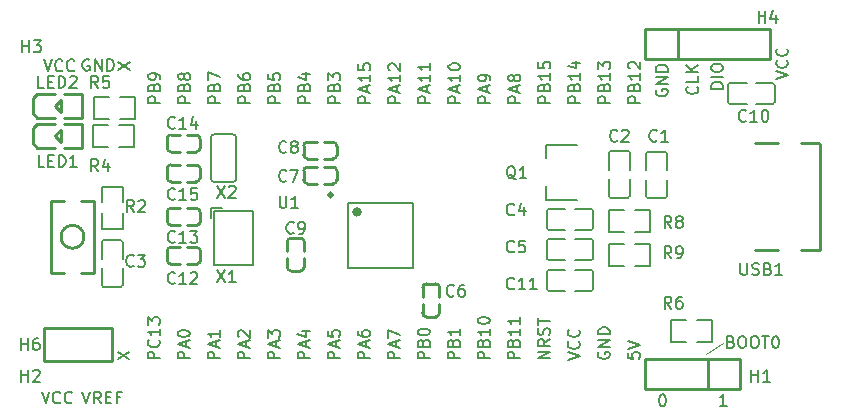
<source format=gto>
%TF.GenerationSoftware,KiCad,Pcbnew,8.0.5*%
%TF.CreationDate,2024-09-23T12:45:29+08:00*%
%TF.ProjectId,li-chuang-di-wen-xing-cw32f030c8t6-kai-fa-ban,6c692d63-6875-4616-9e67-2d64692d7765,rev?*%
%TF.SameCoordinates,Original*%
%TF.FileFunction,Legend,Top*%
%TF.FilePolarity,Positive*%
%FSLAX46Y46*%
G04 Gerber Fmt 4.6, Leading zero omitted, Abs format (unit mm)*
G04 Created by KiCad (PCBNEW 8.0.5) date 2024-09-23 12:45:29*
%MOMM*%
%LPD*%
G01*
G04 APERTURE LIST*
%ADD10C,0.100000*%
%ADD11C,0.150000*%
%ADD12C,0.152500*%
%ADD13C,0.152000*%
%ADD14C,0.254000*%
%ADD15C,0.200000*%
%ADD16C,0.300000*%
%ADD17C,0.400000*%
G04 APERTURE END LIST*
D10*
X124260000Y-98640000D02*
X125760000Y-97640000D01*
D11*
X83119819Y-98983220D02*
X82119819Y-98983220D01*
X82119819Y-98983220D02*
X82119819Y-98602268D01*
X82119819Y-98602268D02*
X82167438Y-98507030D01*
X82167438Y-98507030D02*
X82215057Y-98459411D01*
X82215057Y-98459411D02*
X82310295Y-98411792D01*
X82310295Y-98411792D02*
X82453152Y-98411792D01*
X82453152Y-98411792D02*
X82548390Y-98459411D01*
X82548390Y-98459411D02*
X82596009Y-98507030D01*
X82596009Y-98507030D02*
X82643628Y-98602268D01*
X82643628Y-98602268D02*
X82643628Y-98983220D01*
X82834104Y-98030839D02*
X82834104Y-97554649D01*
X83119819Y-98126077D02*
X82119819Y-97792744D01*
X82119819Y-97792744D02*
X83119819Y-97459411D01*
X83119819Y-96602268D02*
X83119819Y-97173696D01*
X83119819Y-96887982D02*
X82119819Y-96887982D01*
X82119819Y-96887982D02*
X82262676Y-96983220D01*
X82262676Y-96983220D02*
X82357914Y-97078458D01*
X82357914Y-97078458D02*
X82405533Y-97173696D01*
X93279819Y-98983220D02*
X92279819Y-98983220D01*
X92279819Y-98983220D02*
X92279819Y-98602268D01*
X92279819Y-98602268D02*
X92327438Y-98507030D01*
X92327438Y-98507030D02*
X92375057Y-98459411D01*
X92375057Y-98459411D02*
X92470295Y-98411792D01*
X92470295Y-98411792D02*
X92613152Y-98411792D01*
X92613152Y-98411792D02*
X92708390Y-98459411D01*
X92708390Y-98459411D02*
X92756009Y-98507030D01*
X92756009Y-98507030D02*
X92803628Y-98602268D01*
X92803628Y-98602268D02*
X92803628Y-98983220D01*
X92994104Y-98030839D02*
X92994104Y-97554649D01*
X93279819Y-98126077D02*
X92279819Y-97792744D01*
X92279819Y-97792744D02*
X93279819Y-97459411D01*
X92279819Y-96649887D02*
X92279819Y-97126077D01*
X92279819Y-97126077D02*
X92756009Y-97173696D01*
X92756009Y-97173696D02*
X92708390Y-97126077D01*
X92708390Y-97126077D02*
X92660771Y-97030839D01*
X92660771Y-97030839D02*
X92660771Y-96792744D01*
X92660771Y-96792744D02*
X92708390Y-96697506D01*
X92708390Y-96697506D02*
X92756009Y-96649887D01*
X92756009Y-96649887D02*
X92851247Y-96602268D01*
X92851247Y-96602268D02*
X93089342Y-96602268D01*
X93089342Y-96602268D02*
X93184580Y-96649887D01*
X93184580Y-96649887D02*
X93232200Y-96697506D01*
X93232200Y-96697506D02*
X93279819Y-96792744D01*
X93279819Y-96792744D02*
X93279819Y-97030839D01*
X93279819Y-97030839D02*
X93232200Y-97126077D01*
X93232200Y-97126077D02*
X93184580Y-97173696D01*
X105979819Y-98983220D02*
X104979819Y-98983220D01*
X104979819Y-98983220D02*
X104979819Y-98602268D01*
X104979819Y-98602268D02*
X105027438Y-98507030D01*
X105027438Y-98507030D02*
X105075057Y-98459411D01*
X105075057Y-98459411D02*
X105170295Y-98411792D01*
X105170295Y-98411792D02*
X105313152Y-98411792D01*
X105313152Y-98411792D02*
X105408390Y-98459411D01*
X105408390Y-98459411D02*
X105456009Y-98507030D01*
X105456009Y-98507030D02*
X105503628Y-98602268D01*
X105503628Y-98602268D02*
X105503628Y-98983220D01*
X105456009Y-97649887D02*
X105503628Y-97507030D01*
X105503628Y-97507030D02*
X105551247Y-97459411D01*
X105551247Y-97459411D02*
X105646485Y-97411792D01*
X105646485Y-97411792D02*
X105789342Y-97411792D01*
X105789342Y-97411792D02*
X105884580Y-97459411D01*
X105884580Y-97459411D02*
X105932200Y-97507030D01*
X105932200Y-97507030D02*
X105979819Y-97602268D01*
X105979819Y-97602268D02*
X105979819Y-97983220D01*
X105979819Y-97983220D02*
X104979819Y-97983220D01*
X104979819Y-97983220D02*
X104979819Y-97649887D01*
X104979819Y-97649887D02*
X105027438Y-97554649D01*
X105027438Y-97554649D02*
X105075057Y-97507030D01*
X105075057Y-97507030D02*
X105170295Y-97459411D01*
X105170295Y-97459411D02*
X105265533Y-97459411D01*
X105265533Y-97459411D02*
X105360771Y-97507030D01*
X105360771Y-97507030D02*
X105408390Y-97554649D01*
X105408390Y-97554649D02*
X105456009Y-97649887D01*
X105456009Y-97649887D02*
X105456009Y-97983220D01*
X105979819Y-96459411D02*
X105979819Y-97030839D01*
X105979819Y-96745125D02*
X104979819Y-96745125D01*
X104979819Y-96745125D02*
X105122676Y-96840363D01*
X105122676Y-96840363D02*
X105217914Y-96935601D01*
X105217914Y-96935601D02*
X105265533Y-97030839D01*
X104979819Y-95840363D02*
X104979819Y-95745125D01*
X104979819Y-95745125D02*
X105027438Y-95649887D01*
X105027438Y-95649887D02*
X105075057Y-95602268D01*
X105075057Y-95602268D02*
X105170295Y-95554649D01*
X105170295Y-95554649D02*
X105360771Y-95507030D01*
X105360771Y-95507030D02*
X105598866Y-95507030D01*
X105598866Y-95507030D02*
X105789342Y-95554649D01*
X105789342Y-95554649D02*
X105884580Y-95602268D01*
X105884580Y-95602268D02*
X105932200Y-95649887D01*
X105932200Y-95649887D02*
X105979819Y-95745125D01*
X105979819Y-95745125D02*
X105979819Y-95840363D01*
X105979819Y-95840363D02*
X105932200Y-95935601D01*
X105932200Y-95935601D02*
X105884580Y-95983220D01*
X105884580Y-95983220D02*
X105789342Y-96030839D01*
X105789342Y-96030839D02*
X105598866Y-96078458D01*
X105598866Y-96078458D02*
X105360771Y-96078458D01*
X105360771Y-96078458D02*
X105170295Y-96030839D01*
X105170295Y-96030839D02*
X105075057Y-95983220D01*
X105075057Y-95983220D02*
X105027438Y-95935601D01*
X105027438Y-95935601D02*
X104979819Y-95840363D01*
X120557255Y-102029819D02*
X120652493Y-102029819D01*
X120652493Y-102029819D02*
X120747731Y-102077438D01*
X120747731Y-102077438D02*
X120795350Y-102125057D01*
X120795350Y-102125057D02*
X120842969Y-102220295D01*
X120842969Y-102220295D02*
X120890588Y-102410771D01*
X120890588Y-102410771D02*
X120890588Y-102648866D01*
X120890588Y-102648866D02*
X120842969Y-102839342D01*
X120842969Y-102839342D02*
X120795350Y-102934580D01*
X120795350Y-102934580D02*
X120747731Y-102982200D01*
X120747731Y-102982200D02*
X120652493Y-103029819D01*
X120652493Y-103029819D02*
X120557255Y-103029819D01*
X120557255Y-103029819D02*
X120462017Y-102982200D01*
X120462017Y-102982200D02*
X120414398Y-102934580D01*
X120414398Y-102934580D02*
X120366779Y-102839342D01*
X120366779Y-102839342D02*
X120319160Y-102648866D01*
X120319160Y-102648866D02*
X120319160Y-102410771D01*
X120319160Y-102410771D02*
X120366779Y-102220295D01*
X120366779Y-102220295D02*
X120414398Y-102125057D01*
X120414398Y-102125057D02*
X120462017Y-102077438D01*
X120462017Y-102077438D02*
X120557255Y-102029819D01*
X88249819Y-77343220D02*
X87249819Y-77343220D01*
X87249819Y-77343220D02*
X87249819Y-76962268D01*
X87249819Y-76962268D02*
X87297438Y-76867030D01*
X87297438Y-76867030D02*
X87345057Y-76819411D01*
X87345057Y-76819411D02*
X87440295Y-76771792D01*
X87440295Y-76771792D02*
X87583152Y-76771792D01*
X87583152Y-76771792D02*
X87678390Y-76819411D01*
X87678390Y-76819411D02*
X87726009Y-76867030D01*
X87726009Y-76867030D02*
X87773628Y-76962268D01*
X87773628Y-76962268D02*
X87773628Y-77343220D01*
X87726009Y-76009887D02*
X87773628Y-75867030D01*
X87773628Y-75867030D02*
X87821247Y-75819411D01*
X87821247Y-75819411D02*
X87916485Y-75771792D01*
X87916485Y-75771792D02*
X88059342Y-75771792D01*
X88059342Y-75771792D02*
X88154580Y-75819411D01*
X88154580Y-75819411D02*
X88202200Y-75867030D01*
X88202200Y-75867030D02*
X88249819Y-75962268D01*
X88249819Y-75962268D02*
X88249819Y-76343220D01*
X88249819Y-76343220D02*
X87249819Y-76343220D01*
X87249819Y-76343220D02*
X87249819Y-76009887D01*
X87249819Y-76009887D02*
X87297438Y-75914649D01*
X87297438Y-75914649D02*
X87345057Y-75867030D01*
X87345057Y-75867030D02*
X87440295Y-75819411D01*
X87440295Y-75819411D02*
X87535533Y-75819411D01*
X87535533Y-75819411D02*
X87630771Y-75867030D01*
X87630771Y-75867030D02*
X87678390Y-75914649D01*
X87678390Y-75914649D02*
X87726009Y-76009887D01*
X87726009Y-76009887D02*
X87726009Y-76343220D01*
X87249819Y-74867030D02*
X87249819Y-75343220D01*
X87249819Y-75343220D02*
X87726009Y-75390839D01*
X87726009Y-75390839D02*
X87678390Y-75343220D01*
X87678390Y-75343220D02*
X87630771Y-75247982D01*
X87630771Y-75247982D02*
X87630771Y-75009887D01*
X87630771Y-75009887D02*
X87678390Y-74914649D01*
X87678390Y-74914649D02*
X87726009Y-74867030D01*
X87726009Y-74867030D02*
X87821247Y-74819411D01*
X87821247Y-74819411D02*
X88059342Y-74819411D01*
X88059342Y-74819411D02*
X88154580Y-74867030D01*
X88154580Y-74867030D02*
X88202200Y-74914649D01*
X88202200Y-74914649D02*
X88249819Y-75009887D01*
X88249819Y-75009887D02*
X88249819Y-75247982D01*
X88249819Y-75247982D02*
X88202200Y-75343220D01*
X88202200Y-75343220D02*
X88154580Y-75390839D01*
X71483922Y-101799819D02*
X71817255Y-102799819D01*
X71817255Y-102799819D02*
X72150588Y-101799819D01*
X73055350Y-102799819D02*
X72722017Y-102323628D01*
X72483922Y-102799819D02*
X72483922Y-101799819D01*
X72483922Y-101799819D02*
X72864874Y-101799819D01*
X72864874Y-101799819D02*
X72960112Y-101847438D01*
X72960112Y-101847438D02*
X73007731Y-101895057D01*
X73007731Y-101895057D02*
X73055350Y-101990295D01*
X73055350Y-101990295D02*
X73055350Y-102133152D01*
X73055350Y-102133152D02*
X73007731Y-102228390D01*
X73007731Y-102228390D02*
X72960112Y-102276009D01*
X72960112Y-102276009D02*
X72864874Y-102323628D01*
X72864874Y-102323628D02*
X72483922Y-102323628D01*
X73483922Y-102276009D02*
X73817255Y-102276009D01*
X73960112Y-102799819D02*
X73483922Y-102799819D01*
X73483922Y-102799819D02*
X73483922Y-101799819D01*
X73483922Y-101799819D02*
X73960112Y-101799819D01*
X74722017Y-102276009D02*
X74388684Y-102276009D01*
X74388684Y-102799819D02*
X74388684Y-101799819D01*
X74388684Y-101799819D02*
X74864874Y-101799819D01*
X93329819Y-77343220D02*
X92329819Y-77343220D01*
X92329819Y-77343220D02*
X92329819Y-76962268D01*
X92329819Y-76962268D02*
X92377438Y-76867030D01*
X92377438Y-76867030D02*
X92425057Y-76819411D01*
X92425057Y-76819411D02*
X92520295Y-76771792D01*
X92520295Y-76771792D02*
X92663152Y-76771792D01*
X92663152Y-76771792D02*
X92758390Y-76819411D01*
X92758390Y-76819411D02*
X92806009Y-76867030D01*
X92806009Y-76867030D02*
X92853628Y-76962268D01*
X92853628Y-76962268D02*
X92853628Y-77343220D01*
X92806009Y-76009887D02*
X92853628Y-75867030D01*
X92853628Y-75867030D02*
X92901247Y-75819411D01*
X92901247Y-75819411D02*
X92996485Y-75771792D01*
X92996485Y-75771792D02*
X93139342Y-75771792D01*
X93139342Y-75771792D02*
X93234580Y-75819411D01*
X93234580Y-75819411D02*
X93282200Y-75867030D01*
X93282200Y-75867030D02*
X93329819Y-75962268D01*
X93329819Y-75962268D02*
X93329819Y-76343220D01*
X93329819Y-76343220D02*
X92329819Y-76343220D01*
X92329819Y-76343220D02*
X92329819Y-76009887D01*
X92329819Y-76009887D02*
X92377438Y-75914649D01*
X92377438Y-75914649D02*
X92425057Y-75867030D01*
X92425057Y-75867030D02*
X92520295Y-75819411D01*
X92520295Y-75819411D02*
X92615533Y-75819411D01*
X92615533Y-75819411D02*
X92710771Y-75867030D01*
X92710771Y-75867030D02*
X92758390Y-75914649D01*
X92758390Y-75914649D02*
X92806009Y-76009887D01*
X92806009Y-76009887D02*
X92806009Y-76343220D01*
X92329819Y-75438458D02*
X92329819Y-74819411D01*
X92329819Y-74819411D02*
X92710771Y-75152744D01*
X92710771Y-75152744D02*
X92710771Y-75009887D01*
X92710771Y-75009887D02*
X92758390Y-74914649D01*
X92758390Y-74914649D02*
X92806009Y-74867030D01*
X92806009Y-74867030D02*
X92901247Y-74819411D01*
X92901247Y-74819411D02*
X93139342Y-74819411D01*
X93139342Y-74819411D02*
X93234580Y-74867030D01*
X93234580Y-74867030D02*
X93282200Y-74914649D01*
X93282200Y-74914649D02*
X93329819Y-75009887D01*
X93329819Y-75009887D02*
X93329819Y-75295601D01*
X93329819Y-75295601D02*
X93282200Y-75390839D01*
X93282200Y-75390839D02*
X93234580Y-75438458D01*
X111109819Y-77343220D02*
X110109819Y-77343220D01*
X110109819Y-77343220D02*
X110109819Y-76962268D01*
X110109819Y-76962268D02*
X110157438Y-76867030D01*
X110157438Y-76867030D02*
X110205057Y-76819411D01*
X110205057Y-76819411D02*
X110300295Y-76771792D01*
X110300295Y-76771792D02*
X110443152Y-76771792D01*
X110443152Y-76771792D02*
X110538390Y-76819411D01*
X110538390Y-76819411D02*
X110586009Y-76867030D01*
X110586009Y-76867030D02*
X110633628Y-76962268D01*
X110633628Y-76962268D02*
X110633628Y-77343220D01*
X110586009Y-76009887D02*
X110633628Y-75867030D01*
X110633628Y-75867030D02*
X110681247Y-75819411D01*
X110681247Y-75819411D02*
X110776485Y-75771792D01*
X110776485Y-75771792D02*
X110919342Y-75771792D01*
X110919342Y-75771792D02*
X111014580Y-75819411D01*
X111014580Y-75819411D02*
X111062200Y-75867030D01*
X111062200Y-75867030D02*
X111109819Y-75962268D01*
X111109819Y-75962268D02*
X111109819Y-76343220D01*
X111109819Y-76343220D02*
X110109819Y-76343220D01*
X110109819Y-76343220D02*
X110109819Y-76009887D01*
X110109819Y-76009887D02*
X110157438Y-75914649D01*
X110157438Y-75914649D02*
X110205057Y-75867030D01*
X110205057Y-75867030D02*
X110300295Y-75819411D01*
X110300295Y-75819411D02*
X110395533Y-75819411D01*
X110395533Y-75819411D02*
X110490771Y-75867030D01*
X110490771Y-75867030D02*
X110538390Y-75914649D01*
X110538390Y-75914649D02*
X110586009Y-76009887D01*
X110586009Y-76009887D02*
X110586009Y-76343220D01*
X111109819Y-74819411D02*
X111109819Y-75390839D01*
X111109819Y-75105125D02*
X110109819Y-75105125D01*
X110109819Y-75105125D02*
X110252676Y-75200363D01*
X110252676Y-75200363D02*
X110347914Y-75295601D01*
X110347914Y-75295601D02*
X110395533Y-75390839D01*
X110109819Y-73914649D02*
X110109819Y-74390839D01*
X110109819Y-74390839D02*
X110586009Y-74438458D01*
X110586009Y-74438458D02*
X110538390Y-74390839D01*
X110538390Y-74390839D02*
X110490771Y-74295601D01*
X110490771Y-74295601D02*
X110490771Y-74057506D01*
X110490771Y-74057506D02*
X110538390Y-73962268D01*
X110538390Y-73962268D02*
X110586009Y-73914649D01*
X110586009Y-73914649D02*
X110681247Y-73867030D01*
X110681247Y-73867030D02*
X110919342Y-73867030D01*
X110919342Y-73867030D02*
X111014580Y-73914649D01*
X111014580Y-73914649D02*
X111062200Y-73962268D01*
X111062200Y-73962268D02*
X111109819Y-74057506D01*
X111109819Y-74057506D02*
X111109819Y-74295601D01*
X111109819Y-74295601D02*
X111062200Y-74390839D01*
X111062200Y-74390839D02*
X111014580Y-74438458D01*
X78039819Y-98983220D02*
X77039819Y-98983220D01*
X77039819Y-98983220D02*
X77039819Y-98602268D01*
X77039819Y-98602268D02*
X77087438Y-98507030D01*
X77087438Y-98507030D02*
X77135057Y-98459411D01*
X77135057Y-98459411D02*
X77230295Y-98411792D01*
X77230295Y-98411792D02*
X77373152Y-98411792D01*
X77373152Y-98411792D02*
X77468390Y-98459411D01*
X77468390Y-98459411D02*
X77516009Y-98507030D01*
X77516009Y-98507030D02*
X77563628Y-98602268D01*
X77563628Y-98602268D02*
X77563628Y-98983220D01*
X77944580Y-97411792D02*
X77992200Y-97459411D01*
X77992200Y-97459411D02*
X78039819Y-97602268D01*
X78039819Y-97602268D02*
X78039819Y-97697506D01*
X78039819Y-97697506D02*
X77992200Y-97840363D01*
X77992200Y-97840363D02*
X77896961Y-97935601D01*
X77896961Y-97935601D02*
X77801723Y-97983220D01*
X77801723Y-97983220D02*
X77611247Y-98030839D01*
X77611247Y-98030839D02*
X77468390Y-98030839D01*
X77468390Y-98030839D02*
X77277914Y-97983220D01*
X77277914Y-97983220D02*
X77182676Y-97935601D01*
X77182676Y-97935601D02*
X77087438Y-97840363D01*
X77087438Y-97840363D02*
X77039819Y-97697506D01*
X77039819Y-97697506D02*
X77039819Y-97602268D01*
X77039819Y-97602268D02*
X77087438Y-97459411D01*
X77087438Y-97459411D02*
X77135057Y-97411792D01*
X78039819Y-96459411D02*
X78039819Y-97030839D01*
X78039819Y-96745125D02*
X77039819Y-96745125D01*
X77039819Y-96745125D02*
X77182676Y-96840363D01*
X77182676Y-96840363D02*
X77277914Y-96935601D01*
X77277914Y-96935601D02*
X77325533Y-97030839D01*
X77039819Y-96126077D02*
X77039819Y-95507030D01*
X77039819Y-95507030D02*
X77420771Y-95840363D01*
X77420771Y-95840363D02*
X77420771Y-95697506D01*
X77420771Y-95697506D02*
X77468390Y-95602268D01*
X77468390Y-95602268D02*
X77516009Y-95554649D01*
X77516009Y-95554649D02*
X77611247Y-95507030D01*
X77611247Y-95507030D02*
X77849342Y-95507030D01*
X77849342Y-95507030D02*
X77944580Y-95554649D01*
X77944580Y-95554649D02*
X77992200Y-95602268D01*
X77992200Y-95602268D02*
X78039819Y-95697506D01*
X78039819Y-95697506D02*
X78039819Y-95983220D01*
X78039819Y-95983220D02*
X77992200Y-96078458D01*
X77992200Y-96078458D02*
X77944580Y-96126077D01*
X108569819Y-77343220D02*
X107569819Y-77343220D01*
X107569819Y-77343220D02*
X107569819Y-76962268D01*
X107569819Y-76962268D02*
X107617438Y-76867030D01*
X107617438Y-76867030D02*
X107665057Y-76819411D01*
X107665057Y-76819411D02*
X107760295Y-76771792D01*
X107760295Y-76771792D02*
X107903152Y-76771792D01*
X107903152Y-76771792D02*
X107998390Y-76819411D01*
X107998390Y-76819411D02*
X108046009Y-76867030D01*
X108046009Y-76867030D02*
X108093628Y-76962268D01*
X108093628Y-76962268D02*
X108093628Y-77343220D01*
X108284104Y-76390839D02*
X108284104Y-75914649D01*
X108569819Y-76486077D02*
X107569819Y-76152744D01*
X107569819Y-76152744D02*
X108569819Y-75819411D01*
X107998390Y-75343220D02*
X107950771Y-75438458D01*
X107950771Y-75438458D02*
X107903152Y-75486077D01*
X107903152Y-75486077D02*
X107807914Y-75533696D01*
X107807914Y-75533696D02*
X107760295Y-75533696D01*
X107760295Y-75533696D02*
X107665057Y-75486077D01*
X107665057Y-75486077D02*
X107617438Y-75438458D01*
X107617438Y-75438458D02*
X107569819Y-75343220D01*
X107569819Y-75343220D02*
X107569819Y-75152744D01*
X107569819Y-75152744D02*
X107617438Y-75057506D01*
X107617438Y-75057506D02*
X107665057Y-75009887D01*
X107665057Y-75009887D02*
X107760295Y-74962268D01*
X107760295Y-74962268D02*
X107807914Y-74962268D01*
X107807914Y-74962268D02*
X107903152Y-75009887D01*
X107903152Y-75009887D02*
X107950771Y-75057506D01*
X107950771Y-75057506D02*
X107998390Y-75152744D01*
X107998390Y-75152744D02*
X107998390Y-75343220D01*
X107998390Y-75343220D02*
X108046009Y-75438458D01*
X108046009Y-75438458D02*
X108093628Y-75486077D01*
X108093628Y-75486077D02*
X108188866Y-75533696D01*
X108188866Y-75533696D02*
X108379342Y-75533696D01*
X108379342Y-75533696D02*
X108474580Y-75486077D01*
X108474580Y-75486077D02*
X108522200Y-75438458D01*
X108522200Y-75438458D02*
X108569819Y-75343220D01*
X108569819Y-75343220D02*
X108569819Y-75152744D01*
X108569819Y-75152744D02*
X108522200Y-75057506D01*
X108522200Y-75057506D02*
X108474580Y-75009887D01*
X108474580Y-75009887D02*
X108379342Y-74962268D01*
X108379342Y-74962268D02*
X108188866Y-74962268D01*
X108188866Y-74962268D02*
X108093628Y-75009887D01*
X108093628Y-75009887D02*
X108046009Y-75057506D01*
X108046009Y-75057506D02*
X107998390Y-75152744D01*
X125729819Y-76143220D02*
X124729819Y-76143220D01*
X124729819Y-76143220D02*
X124729819Y-75905125D01*
X124729819Y-75905125D02*
X124777438Y-75762268D01*
X124777438Y-75762268D02*
X124872676Y-75667030D01*
X124872676Y-75667030D02*
X124967914Y-75619411D01*
X124967914Y-75619411D02*
X125158390Y-75571792D01*
X125158390Y-75571792D02*
X125301247Y-75571792D01*
X125301247Y-75571792D02*
X125491723Y-75619411D01*
X125491723Y-75619411D02*
X125586961Y-75667030D01*
X125586961Y-75667030D02*
X125682200Y-75762268D01*
X125682200Y-75762268D02*
X125729819Y-75905125D01*
X125729819Y-75905125D02*
X125729819Y-76143220D01*
X125729819Y-75143220D02*
X124729819Y-75143220D01*
X124729819Y-74476554D02*
X124729819Y-74286078D01*
X124729819Y-74286078D02*
X124777438Y-74190840D01*
X124777438Y-74190840D02*
X124872676Y-74095602D01*
X124872676Y-74095602D02*
X125063152Y-74047983D01*
X125063152Y-74047983D02*
X125396485Y-74047983D01*
X125396485Y-74047983D02*
X125586961Y-74095602D01*
X125586961Y-74095602D02*
X125682200Y-74190840D01*
X125682200Y-74190840D02*
X125729819Y-74286078D01*
X125729819Y-74286078D02*
X125729819Y-74476554D01*
X125729819Y-74476554D02*
X125682200Y-74571792D01*
X125682200Y-74571792D02*
X125586961Y-74667030D01*
X125586961Y-74667030D02*
X125396485Y-74714649D01*
X125396485Y-74714649D02*
X125063152Y-74714649D01*
X125063152Y-74714649D02*
X124872676Y-74667030D01*
X124872676Y-74667030D02*
X124777438Y-74571792D01*
X124777438Y-74571792D02*
X124729819Y-74476554D01*
X80629819Y-77343220D02*
X79629819Y-77343220D01*
X79629819Y-77343220D02*
X79629819Y-76962268D01*
X79629819Y-76962268D02*
X79677438Y-76867030D01*
X79677438Y-76867030D02*
X79725057Y-76819411D01*
X79725057Y-76819411D02*
X79820295Y-76771792D01*
X79820295Y-76771792D02*
X79963152Y-76771792D01*
X79963152Y-76771792D02*
X80058390Y-76819411D01*
X80058390Y-76819411D02*
X80106009Y-76867030D01*
X80106009Y-76867030D02*
X80153628Y-76962268D01*
X80153628Y-76962268D02*
X80153628Y-77343220D01*
X80106009Y-76009887D02*
X80153628Y-75867030D01*
X80153628Y-75867030D02*
X80201247Y-75819411D01*
X80201247Y-75819411D02*
X80296485Y-75771792D01*
X80296485Y-75771792D02*
X80439342Y-75771792D01*
X80439342Y-75771792D02*
X80534580Y-75819411D01*
X80534580Y-75819411D02*
X80582200Y-75867030D01*
X80582200Y-75867030D02*
X80629819Y-75962268D01*
X80629819Y-75962268D02*
X80629819Y-76343220D01*
X80629819Y-76343220D02*
X79629819Y-76343220D01*
X79629819Y-76343220D02*
X79629819Y-76009887D01*
X79629819Y-76009887D02*
X79677438Y-75914649D01*
X79677438Y-75914649D02*
X79725057Y-75867030D01*
X79725057Y-75867030D02*
X79820295Y-75819411D01*
X79820295Y-75819411D02*
X79915533Y-75819411D01*
X79915533Y-75819411D02*
X80010771Y-75867030D01*
X80010771Y-75867030D02*
X80058390Y-75914649D01*
X80058390Y-75914649D02*
X80106009Y-76009887D01*
X80106009Y-76009887D02*
X80106009Y-76343220D01*
X80058390Y-75200363D02*
X80010771Y-75295601D01*
X80010771Y-75295601D02*
X79963152Y-75343220D01*
X79963152Y-75343220D02*
X79867914Y-75390839D01*
X79867914Y-75390839D02*
X79820295Y-75390839D01*
X79820295Y-75390839D02*
X79725057Y-75343220D01*
X79725057Y-75343220D02*
X79677438Y-75295601D01*
X79677438Y-75295601D02*
X79629819Y-75200363D01*
X79629819Y-75200363D02*
X79629819Y-75009887D01*
X79629819Y-75009887D02*
X79677438Y-74914649D01*
X79677438Y-74914649D02*
X79725057Y-74867030D01*
X79725057Y-74867030D02*
X79820295Y-74819411D01*
X79820295Y-74819411D02*
X79867914Y-74819411D01*
X79867914Y-74819411D02*
X79963152Y-74867030D01*
X79963152Y-74867030D02*
X80010771Y-74914649D01*
X80010771Y-74914649D02*
X80058390Y-75009887D01*
X80058390Y-75009887D02*
X80058390Y-75200363D01*
X80058390Y-75200363D02*
X80106009Y-75295601D01*
X80106009Y-75295601D02*
X80153628Y-75343220D01*
X80153628Y-75343220D02*
X80248866Y-75390839D01*
X80248866Y-75390839D02*
X80439342Y-75390839D01*
X80439342Y-75390839D02*
X80534580Y-75343220D01*
X80534580Y-75343220D02*
X80582200Y-75295601D01*
X80582200Y-75295601D02*
X80629819Y-75200363D01*
X80629819Y-75200363D02*
X80629819Y-75009887D01*
X80629819Y-75009887D02*
X80582200Y-74914649D01*
X80582200Y-74914649D02*
X80534580Y-74867030D01*
X80534580Y-74867030D02*
X80439342Y-74819411D01*
X80439342Y-74819411D02*
X80248866Y-74819411D01*
X80248866Y-74819411D02*
X80153628Y-74867030D01*
X80153628Y-74867030D02*
X80106009Y-74914649D01*
X80106009Y-74914649D02*
X80058390Y-75009887D01*
X108519819Y-98983220D02*
X107519819Y-98983220D01*
X107519819Y-98983220D02*
X107519819Y-98602268D01*
X107519819Y-98602268D02*
X107567438Y-98507030D01*
X107567438Y-98507030D02*
X107615057Y-98459411D01*
X107615057Y-98459411D02*
X107710295Y-98411792D01*
X107710295Y-98411792D02*
X107853152Y-98411792D01*
X107853152Y-98411792D02*
X107948390Y-98459411D01*
X107948390Y-98459411D02*
X107996009Y-98507030D01*
X107996009Y-98507030D02*
X108043628Y-98602268D01*
X108043628Y-98602268D02*
X108043628Y-98983220D01*
X107996009Y-97649887D02*
X108043628Y-97507030D01*
X108043628Y-97507030D02*
X108091247Y-97459411D01*
X108091247Y-97459411D02*
X108186485Y-97411792D01*
X108186485Y-97411792D02*
X108329342Y-97411792D01*
X108329342Y-97411792D02*
X108424580Y-97459411D01*
X108424580Y-97459411D02*
X108472200Y-97507030D01*
X108472200Y-97507030D02*
X108519819Y-97602268D01*
X108519819Y-97602268D02*
X108519819Y-97983220D01*
X108519819Y-97983220D02*
X107519819Y-97983220D01*
X107519819Y-97983220D02*
X107519819Y-97649887D01*
X107519819Y-97649887D02*
X107567438Y-97554649D01*
X107567438Y-97554649D02*
X107615057Y-97507030D01*
X107615057Y-97507030D02*
X107710295Y-97459411D01*
X107710295Y-97459411D02*
X107805533Y-97459411D01*
X107805533Y-97459411D02*
X107900771Y-97507030D01*
X107900771Y-97507030D02*
X107948390Y-97554649D01*
X107948390Y-97554649D02*
X107996009Y-97649887D01*
X107996009Y-97649887D02*
X107996009Y-97983220D01*
X108519819Y-96459411D02*
X108519819Y-97030839D01*
X108519819Y-96745125D02*
X107519819Y-96745125D01*
X107519819Y-96745125D02*
X107662676Y-96840363D01*
X107662676Y-96840363D02*
X107757914Y-96935601D01*
X107757914Y-96935601D02*
X107805533Y-97030839D01*
X108519819Y-95507030D02*
X108519819Y-96078458D01*
X108519819Y-95792744D02*
X107519819Y-95792744D01*
X107519819Y-95792744D02*
X107662676Y-95887982D01*
X107662676Y-95887982D02*
X107757914Y-95983220D01*
X107757914Y-95983220D02*
X107805533Y-96078458D01*
X90789819Y-77343220D02*
X89789819Y-77343220D01*
X89789819Y-77343220D02*
X89789819Y-76962268D01*
X89789819Y-76962268D02*
X89837438Y-76867030D01*
X89837438Y-76867030D02*
X89885057Y-76819411D01*
X89885057Y-76819411D02*
X89980295Y-76771792D01*
X89980295Y-76771792D02*
X90123152Y-76771792D01*
X90123152Y-76771792D02*
X90218390Y-76819411D01*
X90218390Y-76819411D02*
X90266009Y-76867030D01*
X90266009Y-76867030D02*
X90313628Y-76962268D01*
X90313628Y-76962268D02*
X90313628Y-77343220D01*
X90266009Y-76009887D02*
X90313628Y-75867030D01*
X90313628Y-75867030D02*
X90361247Y-75819411D01*
X90361247Y-75819411D02*
X90456485Y-75771792D01*
X90456485Y-75771792D02*
X90599342Y-75771792D01*
X90599342Y-75771792D02*
X90694580Y-75819411D01*
X90694580Y-75819411D02*
X90742200Y-75867030D01*
X90742200Y-75867030D02*
X90789819Y-75962268D01*
X90789819Y-75962268D02*
X90789819Y-76343220D01*
X90789819Y-76343220D02*
X89789819Y-76343220D01*
X89789819Y-76343220D02*
X89789819Y-76009887D01*
X89789819Y-76009887D02*
X89837438Y-75914649D01*
X89837438Y-75914649D02*
X89885057Y-75867030D01*
X89885057Y-75867030D02*
X89980295Y-75819411D01*
X89980295Y-75819411D02*
X90075533Y-75819411D01*
X90075533Y-75819411D02*
X90170771Y-75867030D01*
X90170771Y-75867030D02*
X90218390Y-75914649D01*
X90218390Y-75914649D02*
X90266009Y-76009887D01*
X90266009Y-76009887D02*
X90266009Y-76343220D01*
X90123152Y-74914649D02*
X90789819Y-74914649D01*
X89742200Y-75152744D02*
X90456485Y-75390839D01*
X90456485Y-75390839D02*
X90456485Y-74771792D01*
X100899819Y-98983220D02*
X99899819Y-98983220D01*
X99899819Y-98983220D02*
X99899819Y-98602268D01*
X99899819Y-98602268D02*
X99947438Y-98507030D01*
X99947438Y-98507030D02*
X99995057Y-98459411D01*
X99995057Y-98459411D02*
X100090295Y-98411792D01*
X100090295Y-98411792D02*
X100233152Y-98411792D01*
X100233152Y-98411792D02*
X100328390Y-98459411D01*
X100328390Y-98459411D02*
X100376009Y-98507030D01*
X100376009Y-98507030D02*
X100423628Y-98602268D01*
X100423628Y-98602268D02*
X100423628Y-98983220D01*
X100376009Y-97649887D02*
X100423628Y-97507030D01*
X100423628Y-97507030D02*
X100471247Y-97459411D01*
X100471247Y-97459411D02*
X100566485Y-97411792D01*
X100566485Y-97411792D02*
X100709342Y-97411792D01*
X100709342Y-97411792D02*
X100804580Y-97459411D01*
X100804580Y-97459411D02*
X100852200Y-97507030D01*
X100852200Y-97507030D02*
X100899819Y-97602268D01*
X100899819Y-97602268D02*
X100899819Y-97983220D01*
X100899819Y-97983220D02*
X99899819Y-97983220D01*
X99899819Y-97983220D02*
X99899819Y-97649887D01*
X99899819Y-97649887D02*
X99947438Y-97554649D01*
X99947438Y-97554649D02*
X99995057Y-97507030D01*
X99995057Y-97507030D02*
X100090295Y-97459411D01*
X100090295Y-97459411D02*
X100185533Y-97459411D01*
X100185533Y-97459411D02*
X100280771Y-97507030D01*
X100280771Y-97507030D02*
X100328390Y-97554649D01*
X100328390Y-97554649D02*
X100376009Y-97649887D01*
X100376009Y-97649887D02*
X100376009Y-97983220D01*
X99899819Y-96792744D02*
X99899819Y-96697506D01*
X99899819Y-96697506D02*
X99947438Y-96602268D01*
X99947438Y-96602268D02*
X99995057Y-96554649D01*
X99995057Y-96554649D02*
X100090295Y-96507030D01*
X100090295Y-96507030D02*
X100280771Y-96459411D01*
X100280771Y-96459411D02*
X100518866Y-96459411D01*
X100518866Y-96459411D02*
X100709342Y-96507030D01*
X100709342Y-96507030D02*
X100804580Y-96554649D01*
X100804580Y-96554649D02*
X100852200Y-96602268D01*
X100852200Y-96602268D02*
X100899819Y-96697506D01*
X100899819Y-96697506D02*
X100899819Y-96792744D01*
X100899819Y-96792744D02*
X100852200Y-96887982D01*
X100852200Y-96887982D02*
X100804580Y-96935601D01*
X100804580Y-96935601D02*
X100709342Y-96983220D01*
X100709342Y-96983220D02*
X100518866Y-97030839D01*
X100518866Y-97030839D02*
X100280771Y-97030839D01*
X100280771Y-97030839D02*
X100090295Y-96983220D01*
X100090295Y-96983220D02*
X99995057Y-96935601D01*
X99995057Y-96935601D02*
X99947438Y-96887982D01*
X99947438Y-96887982D02*
X99899819Y-96792744D01*
X126050588Y-102989819D02*
X125479160Y-102989819D01*
X125764874Y-102989819D02*
X125764874Y-101989819D01*
X125764874Y-101989819D02*
X125669636Y-102132676D01*
X125669636Y-102132676D02*
X125574398Y-102227914D01*
X125574398Y-102227914D02*
X125479160Y-102275533D01*
X120087438Y-76219411D02*
X120039819Y-76314649D01*
X120039819Y-76314649D02*
X120039819Y-76457506D01*
X120039819Y-76457506D02*
X120087438Y-76600363D01*
X120087438Y-76600363D02*
X120182676Y-76695601D01*
X120182676Y-76695601D02*
X120277914Y-76743220D01*
X120277914Y-76743220D02*
X120468390Y-76790839D01*
X120468390Y-76790839D02*
X120611247Y-76790839D01*
X120611247Y-76790839D02*
X120801723Y-76743220D01*
X120801723Y-76743220D02*
X120896961Y-76695601D01*
X120896961Y-76695601D02*
X120992200Y-76600363D01*
X120992200Y-76600363D02*
X121039819Y-76457506D01*
X121039819Y-76457506D02*
X121039819Y-76362268D01*
X121039819Y-76362268D02*
X120992200Y-76219411D01*
X120992200Y-76219411D02*
X120944580Y-76171792D01*
X120944580Y-76171792D02*
X120611247Y-76171792D01*
X120611247Y-76171792D02*
X120611247Y-76362268D01*
X121039819Y-75743220D02*
X120039819Y-75743220D01*
X120039819Y-75743220D02*
X121039819Y-75171792D01*
X121039819Y-75171792D02*
X120039819Y-75171792D01*
X121039819Y-74695601D02*
X120039819Y-74695601D01*
X120039819Y-74695601D02*
X120039819Y-74457506D01*
X120039819Y-74457506D02*
X120087438Y-74314649D01*
X120087438Y-74314649D02*
X120182676Y-74219411D01*
X120182676Y-74219411D02*
X120277914Y-74171792D01*
X120277914Y-74171792D02*
X120468390Y-74124173D01*
X120468390Y-74124173D02*
X120611247Y-74124173D01*
X120611247Y-74124173D02*
X120801723Y-74171792D01*
X120801723Y-74171792D02*
X120896961Y-74219411D01*
X120896961Y-74219411D02*
X120992200Y-74314649D01*
X120992200Y-74314649D02*
X121039819Y-74457506D01*
X121039819Y-74457506D02*
X121039819Y-74695601D01*
X116189819Y-77343220D02*
X115189819Y-77343220D01*
X115189819Y-77343220D02*
X115189819Y-76962268D01*
X115189819Y-76962268D02*
X115237438Y-76867030D01*
X115237438Y-76867030D02*
X115285057Y-76819411D01*
X115285057Y-76819411D02*
X115380295Y-76771792D01*
X115380295Y-76771792D02*
X115523152Y-76771792D01*
X115523152Y-76771792D02*
X115618390Y-76819411D01*
X115618390Y-76819411D02*
X115666009Y-76867030D01*
X115666009Y-76867030D02*
X115713628Y-76962268D01*
X115713628Y-76962268D02*
X115713628Y-77343220D01*
X115666009Y-76009887D02*
X115713628Y-75867030D01*
X115713628Y-75867030D02*
X115761247Y-75819411D01*
X115761247Y-75819411D02*
X115856485Y-75771792D01*
X115856485Y-75771792D02*
X115999342Y-75771792D01*
X115999342Y-75771792D02*
X116094580Y-75819411D01*
X116094580Y-75819411D02*
X116142200Y-75867030D01*
X116142200Y-75867030D02*
X116189819Y-75962268D01*
X116189819Y-75962268D02*
X116189819Y-76343220D01*
X116189819Y-76343220D02*
X115189819Y-76343220D01*
X115189819Y-76343220D02*
X115189819Y-76009887D01*
X115189819Y-76009887D02*
X115237438Y-75914649D01*
X115237438Y-75914649D02*
X115285057Y-75867030D01*
X115285057Y-75867030D02*
X115380295Y-75819411D01*
X115380295Y-75819411D02*
X115475533Y-75819411D01*
X115475533Y-75819411D02*
X115570771Y-75867030D01*
X115570771Y-75867030D02*
X115618390Y-75914649D01*
X115618390Y-75914649D02*
X115666009Y-76009887D01*
X115666009Y-76009887D02*
X115666009Y-76343220D01*
X116189819Y-74819411D02*
X116189819Y-75390839D01*
X116189819Y-75105125D02*
X115189819Y-75105125D01*
X115189819Y-75105125D02*
X115332676Y-75200363D01*
X115332676Y-75200363D02*
X115427914Y-75295601D01*
X115427914Y-75295601D02*
X115475533Y-75390839D01*
X115189819Y-74486077D02*
X115189819Y-73867030D01*
X115189819Y-73867030D02*
X115570771Y-74200363D01*
X115570771Y-74200363D02*
X115570771Y-74057506D01*
X115570771Y-74057506D02*
X115618390Y-73962268D01*
X115618390Y-73962268D02*
X115666009Y-73914649D01*
X115666009Y-73914649D02*
X115761247Y-73867030D01*
X115761247Y-73867030D02*
X115999342Y-73867030D01*
X115999342Y-73867030D02*
X116094580Y-73914649D01*
X116094580Y-73914649D02*
X116142200Y-73962268D01*
X116142200Y-73962268D02*
X116189819Y-74057506D01*
X116189819Y-74057506D02*
X116189819Y-74343220D01*
X116189819Y-74343220D02*
X116142200Y-74438458D01*
X116142200Y-74438458D02*
X116094580Y-74486077D01*
X113649819Y-77343220D02*
X112649819Y-77343220D01*
X112649819Y-77343220D02*
X112649819Y-76962268D01*
X112649819Y-76962268D02*
X112697438Y-76867030D01*
X112697438Y-76867030D02*
X112745057Y-76819411D01*
X112745057Y-76819411D02*
X112840295Y-76771792D01*
X112840295Y-76771792D02*
X112983152Y-76771792D01*
X112983152Y-76771792D02*
X113078390Y-76819411D01*
X113078390Y-76819411D02*
X113126009Y-76867030D01*
X113126009Y-76867030D02*
X113173628Y-76962268D01*
X113173628Y-76962268D02*
X113173628Y-77343220D01*
X113126009Y-76009887D02*
X113173628Y-75867030D01*
X113173628Y-75867030D02*
X113221247Y-75819411D01*
X113221247Y-75819411D02*
X113316485Y-75771792D01*
X113316485Y-75771792D02*
X113459342Y-75771792D01*
X113459342Y-75771792D02*
X113554580Y-75819411D01*
X113554580Y-75819411D02*
X113602200Y-75867030D01*
X113602200Y-75867030D02*
X113649819Y-75962268D01*
X113649819Y-75962268D02*
X113649819Y-76343220D01*
X113649819Y-76343220D02*
X112649819Y-76343220D01*
X112649819Y-76343220D02*
X112649819Y-76009887D01*
X112649819Y-76009887D02*
X112697438Y-75914649D01*
X112697438Y-75914649D02*
X112745057Y-75867030D01*
X112745057Y-75867030D02*
X112840295Y-75819411D01*
X112840295Y-75819411D02*
X112935533Y-75819411D01*
X112935533Y-75819411D02*
X113030771Y-75867030D01*
X113030771Y-75867030D02*
X113078390Y-75914649D01*
X113078390Y-75914649D02*
X113126009Y-76009887D01*
X113126009Y-76009887D02*
X113126009Y-76343220D01*
X113649819Y-74819411D02*
X113649819Y-75390839D01*
X113649819Y-75105125D02*
X112649819Y-75105125D01*
X112649819Y-75105125D02*
X112792676Y-75200363D01*
X112792676Y-75200363D02*
X112887914Y-75295601D01*
X112887914Y-75295601D02*
X112935533Y-75390839D01*
X112983152Y-73962268D02*
X113649819Y-73962268D01*
X112602200Y-74200363D02*
X113316485Y-74438458D01*
X113316485Y-74438458D02*
X113316485Y-73819411D01*
X103489819Y-77343220D02*
X102489819Y-77343220D01*
X102489819Y-77343220D02*
X102489819Y-76962268D01*
X102489819Y-76962268D02*
X102537438Y-76867030D01*
X102537438Y-76867030D02*
X102585057Y-76819411D01*
X102585057Y-76819411D02*
X102680295Y-76771792D01*
X102680295Y-76771792D02*
X102823152Y-76771792D01*
X102823152Y-76771792D02*
X102918390Y-76819411D01*
X102918390Y-76819411D02*
X102966009Y-76867030D01*
X102966009Y-76867030D02*
X103013628Y-76962268D01*
X103013628Y-76962268D02*
X103013628Y-77343220D01*
X103204104Y-76390839D02*
X103204104Y-75914649D01*
X103489819Y-76486077D02*
X102489819Y-76152744D01*
X102489819Y-76152744D02*
X103489819Y-75819411D01*
X103489819Y-74962268D02*
X103489819Y-75533696D01*
X103489819Y-75247982D02*
X102489819Y-75247982D01*
X102489819Y-75247982D02*
X102632676Y-75343220D01*
X102632676Y-75343220D02*
X102727914Y-75438458D01*
X102727914Y-75438458D02*
X102775533Y-75533696D01*
X102489819Y-74343220D02*
X102489819Y-74247982D01*
X102489819Y-74247982D02*
X102537438Y-74152744D01*
X102537438Y-74152744D02*
X102585057Y-74105125D01*
X102585057Y-74105125D02*
X102680295Y-74057506D01*
X102680295Y-74057506D02*
X102870771Y-74009887D01*
X102870771Y-74009887D02*
X103108866Y-74009887D01*
X103108866Y-74009887D02*
X103299342Y-74057506D01*
X103299342Y-74057506D02*
X103394580Y-74105125D01*
X103394580Y-74105125D02*
X103442200Y-74152744D01*
X103442200Y-74152744D02*
X103489819Y-74247982D01*
X103489819Y-74247982D02*
X103489819Y-74343220D01*
X103489819Y-74343220D02*
X103442200Y-74438458D01*
X103442200Y-74438458D02*
X103394580Y-74486077D01*
X103394580Y-74486077D02*
X103299342Y-74533696D01*
X103299342Y-74533696D02*
X103108866Y-74581315D01*
X103108866Y-74581315D02*
X102870771Y-74581315D01*
X102870771Y-74581315D02*
X102680295Y-74533696D01*
X102680295Y-74533696D02*
X102585057Y-74486077D01*
X102585057Y-74486077D02*
X102537438Y-74438458D01*
X102537438Y-74438458D02*
X102489819Y-74343220D01*
X98409819Y-77343220D02*
X97409819Y-77343220D01*
X97409819Y-77343220D02*
X97409819Y-76962268D01*
X97409819Y-76962268D02*
X97457438Y-76867030D01*
X97457438Y-76867030D02*
X97505057Y-76819411D01*
X97505057Y-76819411D02*
X97600295Y-76771792D01*
X97600295Y-76771792D02*
X97743152Y-76771792D01*
X97743152Y-76771792D02*
X97838390Y-76819411D01*
X97838390Y-76819411D02*
X97886009Y-76867030D01*
X97886009Y-76867030D02*
X97933628Y-76962268D01*
X97933628Y-76962268D02*
X97933628Y-77343220D01*
X98124104Y-76390839D02*
X98124104Y-75914649D01*
X98409819Y-76486077D02*
X97409819Y-76152744D01*
X97409819Y-76152744D02*
X98409819Y-75819411D01*
X98409819Y-74962268D02*
X98409819Y-75533696D01*
X98409819Y-75247982D02*
X97409819Y-75247982D01*
X97409819Y-75247982D02*
X97552676Y-75343220D01*
X97552676Y-75343220D02*
X97647914Y-75438458D01*
X97647914Y-75438458D02*
X97695533Y-75533696D01*
X97505057Y-74581315D02*
X97457438Y-74533696D01*
X97457438Y-74533696D02*
X97409819Y-74438458D01*
X97409819Y-74438458D02*
X97409819Y-74200363D01*
X97409819Y-74200363D02*
X97457438Y-74105125D01*
X97457438Y-74105125D02*
X97505057Y-74057506D01*
X97505057Y-74057506D02*
X97600295Y-74009887D01*
X97600295Y-74009887D02*
X97695533Y-74009887D01*
X97695533Y-74009887D02*
X97838390Y-74057506D01*
X97838390Y-74057506D02*
X98409819Y-74628934D01*
X98409819Y-74628934D02*
X98409819Y-74009887D01*
X68233922Y-73669819D02*
X68567255Y-74669819D01*
X68567255Y-74669819D02*
X68900588Y-73669819D01*
X69805350Y-74574580D02*
X69757731Y-74622200D01*
X69757731Y-74622200D02*
X69614874Y-74669819D01*
X69614874Y-74669819D02*
X69519636Y-74669819D01*
X69519636Y-74669819D02*
X69376779Y-74622200D01*
X69376779Y-74622200D02*
X69281541Y-74526961D01*
X69281541Y-74526961D02*
X69233922Y-74431723D01*
X69233922Y-74431723D02*
X69186303Y-74241247D01*
X69186303Y-74241247D02*
X69186303Y-74098390D01*
X69186303Y-74098390D02*
X69233922Y-73907914D01*
X69233922Y-73907914D02*
X69281541Y-73812676D01*
X69281541Y-73812676D02*
X69376779Y-73717438D01*
X69376779Y-73717438D02*
X69519636Y-73669819D01*
X69519636Y-73669819D02*
X69614874Y-73669819D01*
X69614874Y-73669819D02*
X69757731Y-73717438D01*
X69757731Y-73717438D02*
X69805350Y-73765057D01*
X70805350Y-74574580D02*
X70757731Y-74622200D01*
X70757731Y-74622200D02*
X70614874Y-74669819D01*
X70614874Y-74669819D02*
X70519636Y-74669819D01*
X70519636Y-74669819D02*
X70376779Y-74622200D01*
X70376779Y-74622200D02*
X70281541Y-74526961D01*
X70281541Y-74526961D02*
X70233922Y-74431723D01*
X70233922Y-74431723D02*
X70186303Y-74241247D01*
X70186303Y-74241247D02*
X70186303Y-74098390D01*
X70186303Y-74098390D02*
X70233922Y-73907914D01*
X70233922Y-73907914D02*
X70281541Y-73812676D01*
X70281541Y-73812676D02*
X70376779Y-73717438D01*
X70376779Y-73717438D02*
X70519636Y-73669819D01*
X70519636Y-73669819D02*
X70614874Y-73669819D01*
X70614874Y-73669819D02*
X70757731Y-73717438D01*
X70757731Y-73717438D02*
X70805350Y-73765057D01*
X98359819Y-98983220D02*
X97359819Y-98983220D01*
X97359819Y-98983220D02*
X97359819Y-98602268D01*
X97359819Y-98602268D02*
X97407438Y-98507030D01*
X97407438Y-98507030D02*
X97455057Y-98459411D01*
X97455057Y-98459411D02*
X97550295Y-98411792D01*
X97550295Y-98411792D02*
X97693152Y-98411792D01*
X97693152Y-98411792D02*
X97788390Y-98459411D01*
X97788390Y-98459411D02*
X97836009Y-98507030D01*
X97836009Y-98507030D02*
X97883628Y-98602268D01*
X97883628Y-98602268D02*
X97883628Y-98983220D01*
X98074104Y-98030839D02*
X98074104Y-97554649D01*
X98359819Y-98126077D02*
X97359819Y-97792744D01*
X97359819Y-97792744D02*
X98359819Y-97459411D01*
X97359819Y-97221315D02*
X97359819Y-96554649D01*
X97359819Y-96554649D02*
X98359819Y-96983220D01*
X103439819Y-98983220D02*
X102439819Y-98983220D01*
X102439819Y-98983220D02*
X102439819Y-98602268D01*
X102439819Y-98602268D02*
X102487438Y-98507030D01*
X102487438Y-98507030D02*
X102535057Y-98459411D01*
X102535057Y-98459411D02*
X102630295Y-98411792D01*
X102630295Y-98411792D02*
X102773152Y-98411792D01*
X102773152Y-98411792D02*
X102868390Y-98459411D01*
X102868390Y-98459411D02*
X102916009Y-98507030D01*
X102916009Y-98507030D02*
X102963628Y-98602268D01*
X102963628Y-98602268D02*
X102963628Y-98983220D01*
X102916009Y-97649887D02*
X102963628Y-97507030D01*
X102963628Y-97507030D02*
X103011247Y-97459411D01*
X103011247Y-97459411D02*
X103106485Y-97411792D01*
X103106485Y-97411792D02*
X103249342Y-97411792D01*
X103249342Y-97411792D02*
X103344580Y-97459411D01*
X103344580Y-97459411D02*
X103392200Y-97507030D01*
X103392200Y-97507030D02*
X103439819Y-97602268D01*
X103439819Y-97602268D02*
X103439819Y-97983220D01*
X103439819Y-97983220D02*
X102439819Y-97983220D01*
X102439819Y-97983220D02*
X102439819Y-97649887D01*
X102439819Y-97649887D02*
X102487438Y-97554649D01*
X102487438Y-97554649D02*
X102535057Y-97507030D01*
X102535057Y-97507030D02*
X102630295Y-97459411D01*
X102630295Y-97459411D02*
X102725533Y-97459411D01*
X102725533Y-97459411D02*
X102820771Y-97507030D01*
X102820771Y-97507030D02*
X102868390Y-97554649D01*
X102868390Y-97554649D02*
X102916009Y-97649887D01*
X102916009Y-97649887D02*
X102916009Y-97983220D01*
X103439819Y-96459411D02*
X103439819Y-97030839D01*
X103439819Y-96745125D02*
X102439819Y-96745125D01*
X102439819Y-96745125D02*
X102582676Y-96840363D01*
X102582676Y-96840363D02*
X102677914Y-96935601D01*
X102677914Y-96935601D02*
X102725533Y-97030839D01*
X74549819Y-74528458D02*
X75549819Y-73861792D01*
X74549819Y-73861792D02*
X75549819Y-74528458D01*
X126410112Y-97586009D02*
X126552969Y-97633628D01*
X126552969Y-97633628D02*
X126600588Y-97681247D01*
X126600588Y-97681247D02*
X126648207Y-97776485D01*
X126648207Y-97776485D02*
X126648207Y-97919342D01*
X126648207Y-97919342D02*
X126600588Y-98014580D01*
X126600588Y-98014580D02*
X126552969Y-98062200D01*
X126552969Y-98062200D02*
X126457731Y-98109819D01*
X126457731Y-98109819D02*
X126076779Y-98109819D01*
X126076779Y-98109819D02*
X126076779Y-97109819D01*
X126076779Y-97109819D02*
X126410112Y-97109819D01*
X126410112Y-97109819D02*
X126505350Y-97157438D01*
X126505350Y-97157438D02*
X126552969Y-97205057D01*
X126552969Y-97205057D02*
X126600588Y-97300295D01*
X126600588Y-97300295D02*
X126600588Y-97395533D01*
X126600588Y-97395533D02*
X126552969Y-97490771D01*
X126552969Y-97490771D02*
X126505350Y-97538390D01*
X126505350Y-97538390D02*
X126410112Y-97586009D01*
X126410112Y-97586009D02*
X126076779Y-97586009D01*
X127267255Y-97109819D02*
X127457731Y-97109819D01*
X127457731Y-97109819D02*
X127552969Y-97157438D01*
X127552969Y-97157438D02*
X127648207Y-97252676D01*
X127648207Y-97252676D02*
X127695826Y-97443152D01*
X127695826Y-97443152D02*
X127695826Y-97776485D01*
X127695826Y-97776485D02*
X127648207Y-97966961D01*
X127648207Y-97966961D02*
X127552969Y-98062200D01*
X127552969Y-98062200D02*
X127457731Y-98109819D01*
X127457731Y-98109819D02*
X127267255Y-98109819D01*
X127267255Y-98109819D02*
X127172017Y-98062200D01*
X127172017Y-98062200D02*
X127076779Y-97966961D01*
X127076779Y-97966961D02*
X127029160Y-97776485D01*
X127029160Y-97776485D02*
X127029160Y-97443152D01*
X127029160Y-97443152D02*
X127076779Y-97252676D01*
X127076779Y-97252676D02*
X127172017Y-97157438D01*
X127172017Y-97157438D02*
X127267255Y-97109819D01*
X128314874Y-97109819D02*
X128505350Y-97109819D01*
X128505350Y-97109819D02*
X128600588Y-97157438D01*
X128600588Y-97157438D02*
X128695826Y-97252676D01*
X128695826Y-97252676D02*
X128743445Y-97443152D01*
X128743445Y-97443152D02*
X128743445Y-97776485D01*
X128743445Y-97776485D02*
X128695826Y-97966961D01*
X128695826Y-97966961D02*
X128600588Y-98062200D01*
X128600588Y-98062200D02*
X128505350Y-98109819D01*
X128505350Y-98109819D02*
X128314874Y-98109819D01*
X128314874Y-98109819D02*
X128219636Y-98062200D01*
X128219636Y-98062200D02*
X128124398Y-97966961D01*
X128124398Y-97966961D02*
X128076779Y-97776485D01*
X128076779Y-97776485D02*
X128076779Y-97443152D01*
X128076779Y-97443152D02*
X128124398Y-97252676D01*
X128124398Y-97252676D02*
X128219636Y-97157438D01*
X128219636Y-97157438D02*
X128314874Y-97109819D01*
X129029160Y-97109819D02*
X129600588Y-97109819D01*
X129314874Y-98109819D02*
X129314874Y-97109819D01*
X130124398Y-97109819D02*
X130219636Y-97109819D01*
X130219636Y-97109819D02*
X130314874Y-97157438D01*
X130314874Y-97157438D02*
X130362493Y-97205057D01*
X130362493Y-97205057D02*
X130410112Y-97300295D01*
X130410112Y-97300295D02*
X130457731Y-97490771D01*
X130457731Y-97490771D02*
X130457731Y-97728866D01*
X130457731Y-97728866D02*
X130410112Y-97919342D01*
X130410112Y-97919342D02*
X130362493Y-98014580D01*
X130362493Y-98014580D02*
X130314874Y-98062200D01*
X130314874Y-98062200D02*
X130219636Y-98109819D01*
X130219636Y-98109819D02*
X130124398Y-98109819D01*
X130124398Y-98109819D02*
X130029160Y-98062200D01*
X130029160Y-98062200D02*
X129981541Y-98014580D01*
X129981541Y-98014580D02*
X129933922Y-97919342D01*
X129933922Y-97919342D02*
X129886303Y-97728866D01*
X129886303Y-97728866D02*
X129886303Y-97490771D01*
X129886303Y-97490771D02*
X129933922Y-97300295D01*
X129933922Y-97300295D02*
X129981541Y-97205057D01*
X129981541Y-97205057D02*
X130029160Y-97157438D01*
X130029160Y-97157438D02*
X130124398Y-97109819D01*
X80579819Y-98983220D02*
X79579819Y-98983220D01*
X79579819Y-98983220D02*
X79579819Y-98602268D01*
X79579819Y-98602268D02*
X79627438Y-98507030D01*
X79627438Y-98507030D02*
X79675057Y-98459411D01*
X79675057Y-98459411D02*
X79770295Y-98411792D01*
X79770295Y-98411792D02*
X79913152Y-98411792D01*
X79913152Y-98411792D02*
X80008390Y-98459411D01*
X80008390Y-98459411D02*
X80056009Y-98507030D01*
X80056009Y-98507030D02*
X80103628Y-98602268D01*
X80103628Y-98602268D02*
X80103628Y-98983220D01*
X80294104Y-98030839D02*
X80294104Y-97554649D01*
X80579819Y-98126077D02*
X79579819Y-97792744D01*
X79579819Y-97792744D02*
X80579819Y-97459411D01*
X79579819Y-96935601D02*
X79579819Y-96840363D01*
X79579819Y-96840363D02*
X79627438Y-96745125D01*
X79627438Y-96745125D02*
X79675057Y-96697506D01*
X79675057Y-96697506D02*
X79770295Y-96649887D01*
X79770295Y-96649887D02*
X79960771Y-96602268D01*
X79960771Y-96602268D02*
X80198866Y-96602268D01*
X80198866Y-96602268D02*
X80389342Y-96649887D01*
X80389342Y-96649887D02*
X80484580Y-96697506D01*
X80484580Y-96697506D02*
X80532200Y-96745125D01*
X80532200Y-96745125D02*
X80579819Y-96840363D01*
X80579819Y-96840363D02*
X80579819Y-96935601D01*
X80579819Y-96935601D02*
X80532200Y-97030839D01*
X80532200Y-97030839D02*
X80484580Y-97078458D01*
X80484580Y-97078458D02*
X80389342Y-97126077D01*
X80389342Y-97126077D02*
X80198866Y-97173696D01*
X80198866Y-97173696D02*
X79960771Y-97173696D01*
X79960771Y-97173696D02*
X79770295Y-97126077D01*
X79770295Y-97126077D02*
X79675057Y-97078458D01*
X79675057Y-97078458D02*
X79627438Y-97030839D01*
X79627438Y-97030839D02*
X79579819Y-96935601D01*
X95869819Y-77343220D02*
X94869819Y-77343220D01*
X94869819Y-77343220D02*
X94869819Y-76962268D01*
X94869819Y-76962268D02*
X94917438Y-76867030D01*
X94917438Y-76867030D02*
X94965057Y-76819411D01*
X94965057Y-76819411D02*
X95060295Y-76771792D01*
X95060295Y-76771792D02*
X95203152Y-76771792D01*
X95203152Y-76771792D02*
X95298390Y-76819411D01*
X95298390Y-76819411D02*
X95346009Y-76867030D01*
X95346009Y-76867030D02*
X95393628Y-76962268D01*
X95393628Y-76962268D02*
X95393628Y-77343220D01*
X95584104Y-76390839D02*
X95584104Y-75914649D01*
X95869819Y-76486077D02*
X94869819Y-76152744D01*
X94869819Y-76152744D02*
X95869819Y-75819411D01*
X95869819Y-74962268D02*
X95869819Y-75533696D01*
X95869819Y-75247982D02*
X94869819Y-75247982D01*
X94869819Y-75247982D02*
X95012676Y-75343220D01*
X95012676Y-75343220D02*
X95107914Y-75438458D01*
X95107914Y-75438458D02*
X95155533Y-75533696D01*
X94869819Y-74057506D02*
X94869819Y-74533696D01*
X94869819Y-74533696D02*
X95346009Y-74581315D01*
X95346009Y-74581315D02*
X95298390Y-74533696D01*
X95298390Y-74533696D02*
X95250771Y-74438458D01*
X95250771Y-74438458D02*
X95250771Y-74200363D01*
X95250771Y-74200363D02*
X95298390Y-74105125D01*
X95298390Y-74105125D02*
X95346009Y-74057506D01*
X95346009Y-74057506D02*
X95441247Y-74009887D01*
X95441247Y-74009887D02*
X95679342Y-74009887D01*
X95679342Y-74009887D02*
X95774580Y-74057506D01*
X95774580Y-74057506D02*
X95822200Y-74105125D01*
X95822200Y-74105125D02*
X95869819Y-74200363D01*
X95869819Y-74200363D02*
X95869819Y-74438458D01*
X95869819Y-74438458D02*
X95822200Y-74533696D01*
X95822200Y-74533696D02*
X95774580Y-74581315D01*
X85709819Y-77343220D02*
X84709819Y-77343220D01*
X84709819Y-77343220D02*
X84709819Y-76962268D01*
X84709819Y-76962268D02*
X84757438Y-76867030D01*
X84757438Y-76867030D02*
X84805057Y-76819411D01*
X84805057Y-76819411D02*
X84900295Y-76771792D01*
X84900295Y-76771792D02*
X85043152Y-76771792D01*
X85043152Y-76771792D02*
X85138390Y-76819411D01*
X85138390Y-76819411D02*
X85186009Y-76867030D01*
X85186009Y-76867030D02*
X85233628Y-76962268D01*
X85233628Y-76962268D02*
X85233628Y-77343220D01*
X85186009Y-76009887D02*
X85233628Y-75867030D01*
X85233628Y-75867030D02*
X85281247Y-75819411D01*
X85281247Y-75819411D02*
X85376485Y-75771792D01*
X85376485Y-75771792D02*
X85519342Y-75771792D01*
X85519342Y-75771792D02*
X85614580Y-75819411D01*
X85614580Y-75819411D02*
X85662200Y-75867030D01*
X85662200Y-75867030D02*
X85709819Y-75962268D01*
X85709819Y-75962268D02*
X85709819Y-76343220D01*
X85709819Y-76343220D02*
X84709819Y-76343220D01*
X84709819Y-76343220D02*
X84709819Y-76009887D01*
X84709819Y-76009887D02*
X84757438Y-75914649D01*
X84757438Y-75914649D02*
X84805057Y-75867030D01*
X84805057Y-75867030D02*
X84900295Y-75819411D01*
X84900295Y-75819411D02*
X84995533Y-75819411D01*
X84995533Y-75819411D02*
X85090771Y-75867030D01*
X85090771Y-75867030D02*
X85138390Y-75914649D01*
X85138390Y-75914649D02*
X85186009Y-76009887D01*
X85186009Y-76009887D02*
X85186009Y-76343220D01*
X84709819Y-74914649D02*
X84709819Y-75105125D01*
X84709819Y-75105125D02*
X84757438Y-75200363D01*
X84757438Y-75200363D02*
X84805057Y-75247982D01*
X84805057Y-75247982D02*
X84947914Y-75343220D01*
X84947914Y-75343220D02*
X85138390Y-75390839D01*
X85138390Y-75390839D02*
X85519342Y-75390839D01*
X85519342Y-75390839D02*
X85614580Y-75343220D01*
X85614580Y-75343220D02*
X85662200Y-75295601D01*
X85662200Y-75295601D02*
X85709819Y-75200363D01*
X85709819Y-75200363D02*
X85709819Y-75009887D01*
X85709819Y-75009887D02*
X85662200Y-74914649D01*
X85662200Y-74914649D02*
X85614580Y-74867030D01*
X85614580Y-74867030D02*
X85519342Y-74819411D01*
X85519342Y-74819411D02*
X85281247Y-74819411D01*
X85281247Y-74819411D02*
X85186009Y-74867030D01*
X85186009Y-74867030D02*
X85138390Y-74914649D01*
X85138390Y-74914649D02*
X85090771Y-75009887D01*
X85090771Y-75009887D02*
X85090771Y-75200363D01*
X85090771Y-75200363D02*
X85138390Y-75295601D01*
X85138390Y-75295601D02*
X85186009Y-75343220D01*
X85186009Y-75343220D02*
X85281247Y-75390839D01*
X83169819Y-77343220D02*
X82169819Y-77343220D01*
X82169819Y-77343220D02*
X82169819Y-76962268D01*
X82169819Y-76962268D02*
X82217438Y-76867030D01*
X82217438Y-76867030D02*
X82265057Y-76819411D01*
X82265057Y-76819411D02*
X82360295Y-76771792D01*
X82360295Y-76771792D02*
X82503152Y-76771792D01*
X82503152Y-76771792D02*
X82598390Y-76819411D01*
X82598390Y-76819411D02*
X82646009Y-76867030D01*
X82646009Y-76867030D02*
X82693628Y-76962268D01*
X82693628Y-76962268D02*
X82693628Y-77343220D01*
X82646009Y-76009887D02*
X82693628Y-75867030D01*
X82693628Y-75867030D02*
X82741247Y-75819411D01*
X82741247Y-75819411D02*
X82836485Y-75771792D01*
X82836485Y-75771792D02*
X82979342Y-75771792D01*
X82979342Y-75771792D02*
X83074580Y-75819411D01*
X83074580Y-75819411D02*
X83122200Y-75867030D01*
X83122200Y-75867030D02*
X83169819Y-75962268D01*
X83169819Y-75962268D02*
X83169819Y-76343220D01*
X83169819Y-76343220D02*
X82169819Y-76343220D01*
X82169819Y-76343220D02*
X82169819Y-76009887D01*
X82169819Y-76009887D02*
X82217438Y-75914649D01*
X82217438Y-75914649D02*
X82265057Y-75867030D01*
X82265057Y-75867030D02*
X82360295Y-75819411D01*
X82360295Y-75819411D02*
X82455533Y-75819411D01*
X82455533Y-75819411D02*
X82550771Y-75867030D01*
X82550771Y-75867030D02*
X82598390Y-75914649D01*
X82598390Y-75914649D02*
X82646009Y-76009887D01*
X82646009Y-76009887D02*
X82646009Y-76343220D01*
X82169819Y-75438458D02*
X82169819Y-74771792D01*
X82169819Y-74771792D02*
X83169819Y-75200363D01*
X115187438Y-98459411D02*
X115139819Y-98554649D01*
X115139819Y-98554649D02*
X115139819Y-98697506D01*
X115139819Y-98697506D02*
X115187438Y-98840363D01*
X115187438Y-98840363D02*
X115282676Y-98935601D01*
X115282676Y-98935601D02*
X115377914Y-98983220D01*
X115377914Y-98983220D02*
X115568390Y-99030839D01*
X115568390Y-99030839D02*
X115711247Y-99030839D01*
X115711247Y-99030839D02*
X115901723Y-98983220D01*
X115901723Y-98983220D02*
X115996961Y-98935601D01*
X115996961Y-98935601D02*
X116092200Y-98840363D01*
X116092200Y-98840363D02*
X116139819Y-98697506D01*
X116139819Y-98697506D02*
X116139819Y-98602268D01*
X116139819Y-98602268D02*
X116092200Y-98459411D01*
X116092200Y-98459411D02*
X116044580Y-98411792D01*
X116044580Y-98411792D02*
X115711247Y-98411792D01*
X115711247Y-98411792D02*
X115711247Y-98602268D01*
X116139819Y-97983220D02*
X115139819Y-97983220D01*
X115139819Y-97983220D02*
X116139819Y-97411792D01*
X116139819Y-97411792D02*
X115139819Y-97411792D01*
X116139819Y-96935601D02*
X115139819Y-96935601D01*
X115139819Y-96935601D02*
X115139819Y-96697506D01*
X115139819Y-96697506D02*
X115187438Y-96554649D01*
X115187438Y-96554649D02*
X115282676Y-96459411D01*
X115282676Y-96459411D02*
X115377914Y-96411792D01*
X115377914Y-96411792D02*
X115568390Y-96364173D01*
X115568390Y-96364173D02*
X115711247Y-96364173D01*
X115711247Y-96364173D02*
X115901723Y-96411792D01*
X115901723Y-96411792D02*
X115996961Y-96459411D01*
X115996961Y-96459411D02*
X116092200Y-96554649D01*
X116092200Y-96554649D02*
X116139819Y-96697506D01*
X116139819Y-96697506D02*
X116139819Y-96935601D01*
X88199819Y-98983220D02*
X87199819Y-98983220D01*
X87199819Y-98983220D02*
X87199819Y-98602268D01*
X87199819Y-98602268D02*
X87247438Y-98507030D01*
X87247438Y-98507030D02*
X87295057Y-98459411D01*
X87295057Y-98459411D02*
X87390295Y-98411792D01*
X87390295Y-98411792D02*
X87533152Y-98411792D01*
X87533152Y-98411792D02*
X87628390Y-98459411D01*
X87628390Y-98459411D02*
X87676009Y-98507030D01*
X87676009Y-98507030D02*
X87723628Y-98602268D01*
X87723628Y-98602268D02*
X87723628Y-98983220D01*
X87914104Y-98030839D02*
X87914104Y-97554649D01*
X88199819Y-98126077D02*
X87199819Y-97792744D01*
X87199819Y-97792744D02*
X88199819Y-97459411D01*
X87199819Y-97221315D02*
X87199819Y-96602268D01*
X87199819Y-96602268D02*
X87580771Y-96935601D01*
X87580771Y-96935601D02*
X87580771Y-96792744D01*
X87580771Y-96792744D02*
X87628390Y-96697506D01*
X87628390Y-96697506D02*
X87676009Y-96649887D01*
X87676009Y-96649887D02*
X87771247Y-96602268D01*
X87771247Y-96602268D02*
X88009342Y-96602268D01*
X88009342Y-96602268D02*
X88104580Y-96649887D01*
X88104580Y-96649887D02*
X88152200Y-96697506D01*
X88152200Y-96697506D02*
X88199819Y-96792744D01*
X88199819Y-96792744D02*
X88199819Y-97078458D01*
X88199819Y-97078458D02*
X88152200Y-97173696D01*
X88152200Y-97173696D02*
X88104580Y-97221315D01*
X111059819Y-98983220D02*
X110059819Y-98983220D01*
X110059819Y-98983220D02*
X111059819Y-98411792D01*
X111059819Y-98411792D02*
X110059819Y-98411792D01*
X111059819Y-97364173D02*
X110583628Y-97697506D01*
X111059819Y-97935601D02*
X110059819Y-97935601D01*
X110059819Y-97935601D02*
X110059819Y-97554649D01*
X110059819Y-97554649D02*
X110107438Y-97459411D01*
X110107438Y-97459411D02*
X110155057Y-97411792D01*
X110155057Y-97411792D02*
X110250295Y-97364173D01*
X110250295Y-97364173D02*
X110393152Y-97364173D01*
X110393152Y-97364173D02*
X110488390Y-97411792D01*
X110488390Y-97411792D02*
X110536009Y-97459411D01*
X110536009Y-97459411D02*
X110583628Y-97554649D01*
X110583628Y-97554649D02*
X110583628Y-97935601D01*
X111012200Y-96983220D02*
X111059819Y-96840363D01*
X111059819Y-96840363D02*
X111059819Y-96602268D01*
X111059819Y-96602268D02*
X111012200Y-96507030D01*
X111012200Y-96507030D02*
X110964580Y-96459411D01*
X110964580Y-96459411D02*
X110869342Y-96411792D01*
X110869342Y-96411792D02*
X110774104Y-96411792D01*
X110774104Y-96411792D02*
X110678866Y-96459411D01*
X110678866Y-96459411D02*
X110631247Y-96507030D01*
X110631247Y-96507030D02*
X110583628Y-96602268D01*
X110583628Y-96602268D02*
X110536009Y-96792744D01*
X110536009Y-96792744D02*
X110488390Y-96887982D01*
X110488390Y-96887982D02*
X110440771Y-96935601D01*
X110440771Y-96935601D02*
X110345533Y-96983220D01*
X110345533Y-96983220D02*
X110250295Y-96983220D01*
X110250295Y-96983220D02*
X110155057Y-96935601D01*
X110155057Y-96935601D02*
X110107438Y-96887982D01*
X110107438Y-96887982D02*
X110059819Y-96792744D01*
X110059819Y-96792744D02*
X110059819Y-96554649D01*
X110059819Y-96554649D02*
X110107438Y-96411792D01*
X110059819Y-96126077D02*
X110059819Y-95554649D01*
X111059819Y-95840363D02*
X110059819Y-95840363D01*
X130219819Y-75326077D02*
X131219819Y-74992744D01*
X131219819Y-74992744D02*
X130219819Y-74659411D01*
X131124580Y-73754649D02*
X131172200Y-73802268D01*
X131172200Y-73802268D02*
X131219819Y-73945125D01*
X131219819Y-73945125D02*
X131219819Y-74040363D01*
X131219819Y-74040363D02*
X131172200Y-74183220D01*
X131172200Y-74183220D02*
X131076961Y-74278458D01*
X131076961Y-74278458D02*
X130981723Y-74326077D01*
X130981723Y-74326077D02*
X130791247Y-74373696D01*
X130791247Y-74373696D02*
X130648390Y-74373696D01*
X130648390Y-74373696D02*
X130457914Y-74326077D01*
X130457914Y-74326077D02*
X130362676Y-74278458D01*
X130362676Y-74278458D02*
X130267438Y-74183220D01*
X130267438Y-74183220D02*
X130219819Y-74040363D01*
X130219819Y-74040363D02*
X130219819Y-73945125D01*
X130219819Y-73945125D02*
X130267438Y-73802268D01*
X130267438Y-73802268D02*
X130315057Y-73754649D01*
X131124580Y-72754649D02*
X131172200Y-72802268D01*
X131172200Y-72802268D02*
X131219819Y-72945125D01*
X131219819Y-72945125D02*
X131219819Y-73040363D01*
X131219819Y-73040363D02*
X131172200Y-73183220D01*
X131172200Y-73183220D02*
X131076961Y-73278458D01*
X131076961Y-73278458D02*
X130981723Y-73326077D01*
X130981723Y-73326077D02*
X130791247Y-73373696D01*
X130791247Y-73373696D02*
X130648390Y-73373696D01*
X130648390Y-73373696D02*
X130457914Y-73326077D01*
X130457914Y-73326077D02*
X130362676Y-73278458D01*
X130362676Y-73278458D02*
X130267438Y-73183220D01*
X130267438Y-73183220D02*
X130219819Y-73040363D01*
X130219819Y-73040363D02*
X130219819Y-72945125D01*
X130219819Y-72945125D02*
X130267438Y-72802268D01*
X130267438Y-72802268D02*
X130315057Y-72754649D01*
X100949819Y-77343220D02*
X99949819Y-77343220D01*
X99949819Y-77343220D02*
X99949819Y-76962268D01*
X99949819Y-76962268D02*
X99997438Y-76867030D01*
X99997438Y-76867030D02*
X100045057Y-76819411D01*
X100045057Y-76819411D02*
X100140295Y-76771792D01*
X100140295Y-76771792D02*
X100283152Y-76771792D01*
X100283152Y-76771792D02*
X100378390Y-76819411D01*
X100378390Y-76819411D02*
X100426009Y-76867030D01*
X100426009Y-76867030D02*
X100473628Y-76962268D01*
X100473628Y-76962268D02*
X100473628Y-77343220D01*
X100664104Y-76390839D02*
X100664104Y-75914649D01*
X100949819Y-76486077D02*
X99949819Y-76152744D01*
X99949819Y-76152744D02*
X100949819Y-75819411D01*
X100949819Y-74962268D02*
X100949819Y-75533696D01*
X100949819Y-75247982D02*
X99949819Y-75247982D01*
X99949819Y-75247982D02*
X100092676Y-75343220D01*
X100092676Y-75343220D02*
X100187914Y-75438458D01*
X100187914Y-75438458D02*
X100235533Y-75533696D01*
X100949819Y-74009887D02*
X100949819Y-74581315D01*
X100949819Y-74295601D02*
X99949819Y-74295601D01*
X99949819Y-74295601D02*
X100092676Y-74390839D01*
X100092676Y-74390839D02*
X100187914Y-74486077D01*
X100187914Y-74486077D02*
X100235533Y-74581315D01*
X72070588Y-73687438D02*
X71975350Y-73639819D01*
X71975350Y-73639819D02*
X71832493Y-73639819D01*
X71832493Y-73639819D02*
X71689636Y-73687438D01*
X71689636Y-73687438D02*
X71594398Y-73782676D01*
X71594398Y-73782676D02*
X71546779Y-73877914D01*
X71546779Y-73877914D02*
X71499160Y-74068390D01*
X71499160Y-74068390D02*
X71499160Y-74211247D01*
X71499160Y-74211247D02*
X71546779Y-74401723D01*
X71546779Y-74401723D02*
X71594398Y-74496961D01*
X71594398Y-74496961D02*
X71689636Y-74592200D01*
X71689636Y-74592200D02*
X71832493Y-74639819D01*
X71832493Y-74639819D02*
X71927731Y-74639819D01*
X71927731Y-74639819D02*
X72070588Y-74592200D01*
X72070588Y-74592200D02*
X72118207Y-74544580D01*
X72118207Y-74544580D02*
X72118207Y-74211247D01*
X72118207Y-74211247D02*
X71927731Y-74211247D01*
X72546779Y-74639819D02*
X72546779Y-73639819D01*
X72546779Y-73639819D02*
X73118207Y-74639819D01*
X73118207Y-74639819D02*
X73118207Y-73639819D01*
X73594398Y-74639819D02*
X73594398Y-73639819D01*
X73594398Y-73639819D02*
X73832493Y-73639819D01*
X73832493Y-73639819D02*
X73975350Y-73687438D01*
X73975350Y-73687438D02*
X74070588Y-73782676D01*
X74070588Y-73782676D02*
X74118207Y-73877914D01*
X74118207Y-73877914D02*
X74165826Y-74068390D01*
X74165826Y-74068390D02*
X74165826Y-74211247D01*
X74165826Y-74211247D02*
X74118207Y-74401723D01*
X74118207Y-74401723D02*
X74070588Y-74496961D01*
X74070588Y-74496961D02*
X73975350Y-74592200D01*
X73975350Y-74592200D02*
X73832493Y-74639819D01*
X73832493Y-74639819D02*
X73594398Y-74639819D01*
X85659819Y-98983220D02*
X84659819Y-98983220D01*
X84659819Y-98983220D02*
X84659819Y-98602268D01*
X84659819Y-98602268D02*
X84707438Y-98507030D01*
X84707438Y-98507030D02*
X84755057Y-98459411D01*
X84755057Y-98459411D02*
X84850295Y-98411792D01*
X84850295Y-98411792D02*
X84993152Y-98411792D01*
X84993152Y-98411792D02*
X85088390Y-98459411D01*
X85088390Y-98459411D02*
X85136009Y-98507030D01*
X85136009Y-98507030D02*
X85183628Y-98602268D01*
X85183628Y-98602268D02*
X85183628Y-98983220D01*
X85374104Y-98030839D02*
X85374104Y-97554649D01*
X85659819Y-98126077D02*
X84659819Y-97792744D01*
X84659819Y-97792744D02*
X85659819Y-97459411D01*
X84755057Y-97173696D02*
X84707438Y-97126077D01*
X84707438Y-97126077D02*
X84659819Y-97030839D01*
X84659819Y-97030839D02*
X84659819Y-96792744D01*
X84659819Y-96792744D02*
X84707438Y-96697506D01*
X84707438Y-96697506D02*
X84755057Y-96649887D01*
X84755057Y-96649887D02*
X84850295Y-96602268D01*
X84850295Y-96602268D02*
X84945533Y-96602268D01*
X84945533Y-96602268D02*
X85088390Y-96649887D01*
X85088390Y-96649887D02*
X85659819Y-97221315D01*
X85659819Y-97221315D02*
X85659819Y-96602268D01*
X112599819Y-99126077D02*
X113599819Y-98792744D01*
X113599819Y-98792744D02*
X112599819Y-98459411D01*
X113504580Y-97554649D02*
X113552200Y-97602268D01*
X113552200Y-97602268D02*
X113599819Y-97745125D01*
X113599819Y-97745125D02*
X113599819Y-97840363D01*
X113599819Y-97840363D02*
X113552200Y-97983220D01*
X113552200Y-97983220D02*
X113456961Y-98078458D01*
X113456961Y-98078458D02*
X113361723Y-98126077D01*
X113361723Y-98126077D02*
X113171247Y-98173696D01*
X113171247Y-98173696D02*
X113028390Y-98173696D01*
X113028390Y-98173696D02*
X112837914Y-98126077D01*
X112837914Y-98126077D02*
X112742676Y-98078458D01*
X112742676Y-98078458D02*
X112647438Y-97983220D01*
X112647438Y-97983220D02*
X112599819Y-97840363D01*
X112599819Y-97840363D02*
X112599819Y-97745125D01*
X112599819Y-97745125D02*
X112647438Y-97602268D01*
X112647438Y-97602268D02*
X112695057Y-97554649D01*
X113504580Y-96554649D02*
X113552200Y-96602268D01*
X113552200Y-96602268D02*
X113599819Y-96745125D01*
X113599819Y-96745125D02*
X113599819Y-96840363D01*
X113599819Y-96840363D02*
X113552200Y-96983220D01*
X113552200Y-96983220D02*
X113456961Y-97078458D01*
X113456961Y-97078458D02*
X113361723Y-97126077D01*
X113361723Y-97126077D02*
X113171247Y-97173696D01*
X113171247Y-97173696D02*
X113028390Y-97173696D01*
X113028390Y-97173696D02*
X112837914Y-97126077D01*
X112837914Y-97126077D02*
X112742676Y-97078458D01*
X112742676Y-97078458D02*
X112647438Y-96983220D01*
X112647438Y-96983220D02*
X112599819Y-96840363D01*
X112599819Y-96840363D02*
X112599819Y-96745125D01*
X112599819Y-96745125D02*
X112647438Y-96602268D01*
X112647438Y-96602268D02*
X112695057Y-96554649D01*
X118729819Y-77343220D02*
X117729819Y-77343220D01*
X117729819Y-77343220D02*
X117729819Y-76962268D01*
X117729819Y-76962268D02*
X117777438Y-76867030D01*
X117777438Y-76867030D02*
X117825057Y-76819411D01*
X117825057Y-76819411D02*
X117920295Y-76771792D01*
X117920295Y-76771792D02*
X118063152Y-76771792D01*
X118063152Y-76771792D02*
X118158390Y-76819411D01*
X118158390Y-76819411D02*
X118206009Y-76867030D01*
X118206009Y-76867030D02*
X118253628Y-76962268D01*
X118253628Y-76962268D02*
X118253628Y-77343220D01*
X118206009Y-76009887D02*
X118253628Y-75867030D01*
X118253628Y-75867030D02*
X118301247Y-75819411D01*
X118301247Y-75819411D02*
X118396485Y-75771792D01*
X118396485Y-75771792D02*
X118539342Y-75771792D01*
X118539342Y-75771792D02*
X118634580Y-75819411D01*
X118634580Y-75819411D02*
X118682200Y-75867030D01*
X118682200Y-75867030D02*
X118729819Y-75962268D01*
X118729819Y-75962268D02*
X118729819Y-76343220D01*
X118729819Y-76343220D02*
X117729819Y-76343220D01*
X117729819Y-76343220D02*
X117729819Y-76009887D01*
X117729819Y-76009887D02*
X117777438Y-75914649D01*
X117777438Y-75914649D02*
X117825057Y-75867030D01*
X117825057Y-75867030D02*
X117920295Y-75819411D01*
X117920295Y-75819411D02*
X118015533Y-75819411D01*
X118015533Y-75819411D02*
X118110771Y-75867030D01*
X118110771Y-75867030D02*
X118158390Y-75914649D01*
X118158390Y-75914649D02*
X118206009Y-76009887D01*
X118206009Y-76009887D02*
X118206009Y-76343220D01*
X118729819Y-74819411D02*
X118729819Y-75390839D01*
X118729819Y-75105125D02*
X117729819Y-75105125D01*
X117729819Y-75105125D02*
X117872676Y-75200363D01*
X117872676Y-75200363D02*
X117967914Y-75295601D01*
X117967914Y-75295601D02*
X118015533Y-75390839D01*
X117825057Y-74438458D02*
X117777438Y-74390839D01*
X117777438Y-74390839D02*
X117729819Y-74295601D01*
X117729819Y-74295601D02*
X117729819Y-74057506D01*
X117729819Y-74057506D02*
X117777438Y-73962268D01*
X117777438Y-73962268D02*
X117825057Y-73914649D01*
X117825057Y-73914649D02*
X117920295Y-73867030D01*
X117920295Y-73867030D02*
X118015533Y-73867030D01*
X118015533Y-73867030D02*
X118158390Y-73914649D01*
X118158390Y-73914649D02*
X118729819Y-74486077D01*
X118729819Y-74486077D02*
X118729819Y-73867030D01*
X117679819Y-98507030D02*
X117679819Y-98983220D01*
X117679819Y-98983220D02*
X118156009Y-99030839D01*
X118156009Y-99030839D02*
X118108390Y-98983220D01*
X118108390Y-98983220D02*
X118060771Y-98887982D01*
X118060771Y-98887982D02*
X118060771Y-98649887D01*
X118060771Y-98649887D02*
X118108390Y-98554649D01*
X118108390Y-98554649D02*
X118156009Y-98507030D01*
X118156009Y-98507030D02*
X118251247Y-98459411D01*
X118251247Y-98459411D02*
X118489342Y-98459411D01*
X118489342Y-98459411D02*
X118584580Y-98507030D01*
X118584580Y-98507030D02*
X118632200Y-98554649D01*
X118632200Y-98554649D02*
X118679819Y-98649887D01*
X118679819Y-98649887D02*
X118679819Y-98887982D01*
X118679819Y-98887982D02*
X118632200Y-98983220D01*
X118632200Y-98983220D02*
X118584580Y-99030839D01*
X117679819Y-98173696D02*
X118679819Y-97840363D01*
X118679819Y-97840363D02*
X117679819Y-97507030D01*
X78089819Y-77343220D02*
X77089819Y-77343220D01*
X77089819Y-77343220D02*
X77089819Y-76962268D01*
X77089819Y-76962268D02*
X77137438Y-76867030D01*
X77137438Y-76867030D02*
X77185057Y-76819411D01*
X77185057Y-76819411D02*
X77280295Y-76771792D01*
X77280295Y-76771792D02*
X77423152Y-76771792D01*
X77423152Y-76771792D02*
X77518390Y-76819411D01*
X77518390Y-76819411D02*
X77566009Y-76867030D01*
X77566009Y-76867030D02*
X77613628Y-76962268D01*
X77613628Y-76962268D02*
X77613628Y-77343220D01*
X77566009Y-76009887D02*
X77613628Y-75867030D01*
X77613628Y-75867030D02*
X77661247Y-75819411D01*
X77661247Y-75819411D02*
X77756485Y-75771792D01*
X77756485Y-75771792D02*
X77899342Y-75771792D01*
X77899342Y-75771792D02*
X77994580Y-75819411D01*
X77994580Y-75819411D02*
X78042200Y-75867030D01*
X78042200Y-75867030D02*
X78089819Y-75962268D01*
X78089819Y-75962268D02*
X78089819Y-76343220D01*
X78089819Y-76343220D02*
X77089819Y-76343220D01*
X77089819Y-76343220D02*
X77089819Y-76009887D01*
X77089819Y-76009887D02*
X77137438Y-75914649D01*
X77137438Y-75914649D02*
X77185057Y-75867030D01*
X77185057Y-75867030D02*
X77280295Y-75819411D01*
X77280295Y-75819411D02*
X77375533Y-75819411D01*
X77375533Y-75819411D02*
X77470771Y-75867030D01*
X77470771Y-75867030D02*
X77518390Y-75914649D01*
X77518390Y-75914649D02*
X77566009Y-76009887D01*
X77566009Y-76009887D02*
X77566009Y-76343220D01*
X78089819Y-75295601D02*
X78089819Y-75105125D01*
X78089819Y-75105125D02*
X78042200Y-75009887D01*
X78042200Y-75009887D02*
X77994580Y-74962268D01*
X77994580Y-74962268D02*
X77851723Y-74867030D01*
X77851723Y-74867030D02*
X77661247Y-74819411D01*
X77661247Y-74819411D02*
X77280295Y-74819411D01*
X77280295Y-74819411D02*
X77185057Y-74867030D01*
X77185057Y-74867030D02*
X77137438Y-74914649D01*
X77137438Y-74914649D02*
X77089819Y-75009887D01*
X77089819Y-75009887D02*
X77089819Y-75200363D01*
X77089819Y-75200363D02*
X77137438Y-75295601D01*
X77137438Y-75295601D02*
X77185057Y-75343220D01*
X77185057Y-75343220D02*
X77280295Y-75390839D01*
X77280295Y-75390839D02*
X77518390Y-75390839D01*
X77518390Y-75390839D02*
X77613628Y-75343220D01*
X77613628Y-75343220D02*
X77661247Y-75295601D01*
X77661247Y-75295601D02*
X77708866Y-75200363D01*
X77708866Y-75200363D02*
X77708866Y-75009887D01*
X77708866Y-75009887D02*
X77661247Y-74914649D01*
X77661247Y-74914649D02*
X77613628Y-74867030D01*
X77613628Y-74867030D02*
X77518390Y-74819411D01*
X90739819Y-98983220D02*
X89739819Y-98983220D01*
X89739819Y-98983220D02*
X89739819Y-98602268D01*
X89739819Y-98602268D02*
X89787438Y-98507030D01*
X89787438Y-98507030D02*
X89835057Y-98459411D01*
X89835057Y-98459411D02*
X89930295Y-98411792D01*
X89930295Y-98411792D02*
X90073152Y-98411792D01*
X90073152Y-98411792D02*
X90168390Y-98459411D01*
X90168390Y-98459411D02*
X90216009Y-98507030D01*
X90216009Y-98507030D02*
X90263628Y-98602268D01*
X90263628Y-98602268D02*
X90263628Y-98983220D01*
X90454104Y-98030839D02*
X90454104Y-97554649D01*
X90739819Y-98126077D02*
X89739819Y-97792744D01*
X89739819Y-97792744D02*
X90739819Y-97459411D01*
X90073152Y-96697506D02*
X90739819Y-96697506D01*
X89692200Y-96935601D02*
X90406485Y-97173696D01*
X90406485Y-97173696D02*
X90406485Y-96554649D01*
X123544580Y-75971792D02*
X123592200Y-76019411D01*
X123592200Y-76019411D02*
X123639819Y-76162268D01*
X123639819Y-76162268D02*
X123639819Y-76257506D01*
X123639819Y-76257506D02*
X123592200Y-76400363D01*
X123592200Y-76400363D02*
X123496961Y-76495601D01*
X123496961Y-76495601D02*
X123401723Y-76543220D01*
X123401723Y-76543220D02*
X123211247Y-76590839D01*
X123211247Y-76590839D02*
X123068390Y-76590839D01*
X123068390Y-76590839D02*
X122877914Y-76543220D01*
X122877914Y-76543220D02*
X122782676Y-76495601D01*
X122782676Y-76495601D02*
X122687438Y-76400363D01*
X122687438Y-76400363D02*
X122639819Y-76257506D01*
X122639819Y-76257506D02*
X122639819Y-76162268D01*
X122639819Y-76162268D02*
X122687438Y-76019411D01*
X122687438Y-76019411D02*
X122735057Y-75971792D01*
X123639819Y-75067030D02*
X123639819Y-75543220D01*
X123639819Y-75543220D02*
X122639819Y-75543220D01*
X123639819Y-74733696D02*
X122639819Y-74733696D01*
X123639819Y-74162268D02*
X123068390Y-74590839D01*
X122639819Y-74162268D02*
X123211247Y-74733696D01*
X106029819Y-77343220D02*
X105029819Y-77343220D01*
X105029819Y-77343220D02*
X105029819Y-76962268D01*
X105029819Y-76962268D02*
X105077438Y-76867030D01*
X105077438Y-76867030D02*
X105125057Y-76819411D01*
X105125057Y-76819411D02*
X105220295Y-76771792D01*
X105220295Y-76771792D02*
X105363152Y-76771792D01*
X105363152Y-76771792D02*
X105458390Y-76819411D01*
X105458390Y-76819411D02*
X105506009Y-76867030D01*
X105506009Y-76867030D02*
X105553628Y-76962268D01*
X105553628Y-76962268D02*
X105553628Y-77343220D01*
X105744104Y-76390839D02*
X105744104Y-75914649D01*
X106029819Y-76486077D02*
X105029819Y-76152744D01*
X105029819Y-76152744D02*
X106029819Y-75819411D01*
X106029819Y-75438458D02*
X106029819Y-75247982D01*
X106029819Y-75247982D02*
X105982200Y-75152744D01*
X105982200Y-75152744D02*
X105934580Y-75105125D01*
X105934580Y-75105125D02*
X105791723Y-75009887D01*
X105791723Y-75009887D02*
X105601247Y-74962268D01*
X105601247Y-74962268D02*
X105220295Y-74962268D01*
X105220295Y-74962268D02*
X105125057Y-75009887D01*
X105125057Y-75009887D02*
X105077438Y-75057506D01*
X105077438Y-75057506D02*
X105029819Y-75152744D01*
X105029819Y-75152744D02*
X105029819Y-75343220D01*
X105029819Y-75343220D02*
X105077438Y-75438458D01*
X105077438Y-75438458D02*
X105125057Y-75486077D01*
X105125057Y-75486077D02*
X105220295Y-75533696D01*
X105220295Y-75533696D02*
X105458390Y-75533696D01*
X105458390Y-75533696D02*
X105553628Y-75486077D01*
X105553628Y-75486077D02*
X105601247Y-75438458D01*
X105601247Y-75438458D02*
X105648866Y-75343220D01*
X105648866Y-75343220D02*
X105648866Y-75152744D01*
X105648866Y-75152744D02*
X105601247Y-75057506D01*
X105601247Y-75057506D02*
X105553628Y-75009887D01*
X105553628Y-75009887D02*
X105458390Y-74962268D01*
X74479819Y-99078458D02*
X75479819Y-98411792D01*
X74479819Y-98411792D02*
X75479819Y-99078458D01*
X95819819Y-98983220D02*
X94819819Y-98983220D01*
X94819819Y-98983220D02*
X94819819Y-98602268D01*
X94819819Y-98602268D02*
X94867438Y-98507030D01*
X94867438Y-98507030D02*
X94915057Y-98459411D01*
X94915057Y-98459411D02*
X95010295Y-98411792D01*
X95010295Y-98411792D02*
X95153152Y-98411792D01*
X95153152Y-98411792D02*
X95248390Y-98459411D01*
X95248390Y-98459411D02*
X95296009Y-98507030D01*
X95296009Y-98507030D02*
X95343628Y-98602268D01*
X95343628Y-98602268D02*
X95343628Y-98983220D01*
X95534104Y-98030839D02*
X95534104Y-97554649D01*
X95819819Y-98126077D02*
X94819819Y-97792744D01*
X94819819Y-97792744D02*
X95819819Y-97459411D01*
X94819819Y-96697506D02*
X94819819Y-96887982D01*
X94819819Y-96887982D02*
X94867438Y-96983220D01*
X94867438Y-96983220D02*
X94915057Y-97030839D01*
X94915057Y-97030839D02*
X95057914Y-97126077D01*
X95057914Y-97126077D02*
X95248390Y-97173696D01*
X95248390Y-97173696D02*
X95629342Y-97173696D01*
X95629342Y-97173696D02*
X95724580Y-97126077D01*
X95724580Y-97126077D02*
X95772200Y-97078458D01*
X95772200Y-97078458D02*
X95819819Y-96983220D01*
X95819819Y-96983220D02*
X95819819Y-96792744D01*
X95819819Y-96792744D02*
X95772200Y-96697506D01*
X95772200Y-96697506D02*
X95724580Y-96649887D01*
X95724580Y-96649887D02*
X95629342Y-96602268D01*
X95629342Y-96602268D02*
X95391247Y-96602268D01*
X95391247Y-96602268D02*
X95296009Y-96649887D01*
X95296009Y-96649887D02*
X95248390Y-96697506D01*
X95248390Y-96697506D02*
X95200771Y-96792744D01*
X95200771Y-96792744D02*
X95200771Y-96983220D01*
X95200771Y-96983220D02*
X95248390Y-97078458D01*
X95248390Y-97078458D02*
X95296009Y-97126077D01*
X95296009Y-97126077D02*
X95391247Y-97173696D01*
X68043922Y-101799819D02*
X68377255Y-102799819D01*
X68377255Y-102799819D02*
X68710588Y-101799819D01*
X69615350Y-102704580D02*
X69567731Y-102752200D01*
X69567731Y-102752200D02*
X69424874Y-102799819D01*
X69424874Y-102799819D02*
X69329636Y-102799819D01*
X69329636Y-102799819D02*
X69186779Y-102752200D01*
X69186779Y-102752200D02*
X69091541Y-102656961D01*
X69091541Y-102656961D02*
X69043922Y-102561723D01*
X69043922Y-102561723D02*
X68996303Y-102371247D01*
X68996303Y-102371247D02*
X68996303Y-102228390D01*
X68996303Y-102228390D02*
X69043922Y-102037914D01*
X69043922Y-102037914D02*
X69091541Y-101942676D01*
X69091541Y-101942676D02*
X69186779Y-101847438D01*
X69186779Y-101847438D02*
X69329636Y-101799819D01*
X69329636Y-101799819D02*
X69424874Y-101799819D01*
X69424874Y-101799819D02*
X69567731Y-101847438D01*
X69567731Y-101847438D02*
X69615350Y-101895057D01*
X70615350Y-102704580D02*
X70567731Y-102752200D01*
X70567731Y-102752200D02*
X70424874Y-102799819D01*
X70424874Y-102799819D02*
X70329636Y-102799819D01*
X70329636Y-102799819D02*
X70186779Y-102752200D01*
X70186779Y-102752200D02*
X70091541Y-102656961D01*
X70091541Y-102656961D02*
X70043922Y-102561723D01*
X70043922Y-102561723D02*
X69996303Y-102371247D01*
X69996303Y-102371247D02*
X69996303Y-102228390D01*
X69996303Y-102228390D02*
X70043922Y-102037914D01*
X70043922Y-102037914D02*
X70091541Y-101942676D01*
X70091541Y-101942676D02*
X70186779Y-101847438D01*
X70186779Y-101847438D02*
X70329636Y-101799819D01*
X70329636Y-101799819D02*
X70424874Y-101799819D01*
X70424874Y-101799819D02*
X70567731Y-101847438D01*
X70567731Y-101847438D02*
X70615350Y-101895057D01*
X82917857Y-91534819D02*
X83584523Y-92534819D01*
X83584523Y-91534819D02*
X82917857Y-92534819D01*
X84489285Y-92534819D02*
X83917857Y-92534819D01*
X84203571Y-92534819D02*
X84203571Y-91534819D01*
X84203571Y-91534819D02*
X84108333Y-91677676D01*
X84108333Y-91677676D02*
X84013095Y-91772914D01*
X84013095Y-91772914D02*
X83917857Y-91820533D01*
X121368207Y-90509819D02*
X121034874Y-90033628D01*
X120796779Y-90509819D02*
X120796779Y-89509819D01*
X120796779Y-89509819D02*
X121177731Y-89509819D01*
X121177731Y-89509819D02*
X121272969Y-89557438D01*
X121272969Y-89557438D02*
X121320588Y-89605057D01*
X121320588Y-89605057D02*
X121368207Y-89700295D01*
X121368207Y-89700295D02*
X121368207Y-89843152D01*
X121368207Y-89843152D02*
X121320588Y-89938390D01*
X121320588Y-89938390D02*
X121272969Y-89986009D01*
X121272969Y-89986009D02*
X121177731Y-90033628D01*
X121177731Y-90033628D02*
X120796779Y-90033628D01*
X121844398Y-90509819D02*
X122034874Y-90509819D01*
X122034874Y-90509819D02*
X122130112Y-90462200D01*
X122130112Y-90462200D02*
X122177731Y-90414580D01*
X122177731Y-90414580D02*
X122272969Y-90271723D01*
X122272969Y-90271723D02*
X122320588Y-90081247D01*
X122320588Y-90081247D02*
X122320588Y-89700295D01*
X122320588Y-89700295D02*
X122272969Y-89605057D01*
X122272969Y-89605057D02*
X122225350Y-89557438D01*
X122225350Y-89557438D02*
X122130112Y-89509819D01*
X122130112Y-89509819D02*
X121939636Y-89509819D01*
X121939636Y-89509819D02*
X121844398Y-89557438D01*
X121844398Y-89557438D02*
X121796779Y-89605057D01*
X121796779Y-89605057D02*
X121749160Y-89700295D01*
X121749160Y-89700295D02*
X121749160Y-89938390D01*
X121749160Y-89938390D02*
X121796779Y-90033628D01*
X121796779Y-90033628D02*
X121844398Y-90081247D01*
X121844398Y-90081247D02*
X121939636Y-90128866D01*
X121939636Y-90128866D02*
X122130112Y-90128866D01*
X122130112Y-90128866D02*
X122225350Y-90081247D01*
X122225350Y-90081247D02*
X122272969Y-90033628D01*
X122272969Y-90033628D02*
X122320588Y-89938390D01*
X116788207Y-80534580D02*
X116740588Y-80582200D01*
X116740588Y-80582200D02*
X116597731Y-80629819D01*
X116597731Y-80629819D02*
X116502493Y-80629819D01*
X116502493Y-80629819D02*
X116359636Y-80582200D01*
X116359636Y-80582200D02*
X116264398Y-80486961D01*
X116264398Y-80486961D02*
X116216779Y-80391723D01*
X116216779Y-80391723D02*
X116169160Y-80201247D01*
X116169160Y-80201247D02*
X116169160Y-80058390D01*
X116169160Y-80058390D02*
X116216779Y-79867914D01*
X116216779Y-79867914D02*
X116264398Y-79772676D01*
X116264398Y-79772676D02*
X116359636Y-79677438D01*
X116359636Y-79677438D02*
X116502493Y-79629819D01*
X116502493Y-79629819D02*
X116597731Y-79629819D01*
X116597731Y-79629819D02*
X116740588Y-79677438D01*
X116740588Y-79677438D02*
X116788207Y-79725057D01*
X117169160Y-79725057D02*
X117216779Y-79677438D01*
X117216779Y-79677438D02*
X117312017Y-79629819D01*
X117312017Y-79629819D02*
X117550112Y-79629819D01*
X117550112Y-79629819D02*
X117645350Y-79677438D01*
X117645350Y-79677438D02*
X117692969Y-79725057D01*
X117692969Y-79725057D02*
X117740588Y-79820295D01*
X117740588Y-79820295D02*
X117740588Y-79915533D01*
X117740588Y-79915533D02*
X117692969Y-80058390D01*
X117692969Y-80058390D02*
X117121541Y-80629819D01*
X117121541Y-80629819D02*
X117740588Y-80629819D01*
X66328095Y-100944819D02*
X66328095Y-99944819D01*
X66328095Y-100421009D02*
X66899523Y-100421009D01*
X66899523Y-100944819D02*
X66899523Y-99944819D01*
X67328095Y-100040057D02*
X67375714Y-99992438D01*
X67375714Y-99992438D02*
X67470952Y-99944819D01*
X67470952Y-99944819D02*
X67709047Y-99944819D01*
X67709047Y-99944819D02*
X67804285Y-99992438D01*
X67804285Y-99992438D02*
X67851904Y-100040057D01*
X67851904Y-100040057D02*
X67899523Y-100135295D01*
X67899523Y-100135295D02*
X67899523Y-100230533D01*
X67899523Y-100230533D02*
X67851904Y-100373390D01*
X67851904Y-100373390D02*
X67280476Y-100944819D01*
X67280476Y-100944819D02*
X67899523Y-100944819D01*
X102948207Y-93654580D02*
X102900588Y-93702200D01*
X102900588Y-93702200D02*
X102757731Y-93749819D01*
X102757731Y-93749819D02*
X102662493Y-93749819D01*
X102662493Y-93749819D02*
X102519636Y-93702200D01*
X102519636Y-93702200D02*
X102424398Y-93606961D01*
X102424398Y-93606961D02*
X102376779Y-93511723D01*
X102376779Y-93511723D02*
X102329160Y-93321247D01*
X102329160Y-93321247D02*
X102329160Y-93178390D01*
X102329160Y-93178390D02*
X102376779Y-92987914D01*
X102376779Y-92987914D02*
X102424398Y-92892676D01*
X102424398Y-92892676D02*
X102519636Y-92797438D01*
X102519636Y-92797438D02*
X102662493Y-92749819D01*
X102662493Y-92749819D02*
X102757731Y-92749819D01*
X102757731Y-92749819D02*
X102900588Y-92797438D01*
X102900588Y-92797438D02*
X102948207Y-92845057D01*
X103805350Y-92749819D02*
X103614874Y-92749819D01*
X103614874Y-92749819D02*
X103519636Y-92797438D01*
X103519636Y-92797438D02*
X103472017Y-92845057D01*
X103472017Y-92845057D02*
X103376779Y-92987914D01*
X103376779Y-92987914D02*
X103329160Y-93178390D01*
X103329160Y-93178390D02*
X103329160Y-93559342D01*
X103329160Y-93559342D02*
X103376779Y-93654580D01*
X103376779Y-93654580D02*
X103424398Y-93702200D01*
X103424398Y-93702200D02*
X103519636Y-93749819D01*
X103519636Y-93749819D02*
X103710112Y-93749819D01*
X103710112Y-93749819D02*
X103805350Y-93702200D01*
X103805350Y-93702200D02*
X103852969Y-93654580D01*
X103852969Y-93654580D02*
X103900588Y-93559342D01*
X103900588Y-93559342D02*
X103900588Y-93321247D01*
X103900588Y-93321247D02*
X103852969Y-93226009D01*
X103852969Y-93226009D02*
X103805350Y-93178390D01*
X103805350Y-93178390D02*
X103710112Y-93130771D01*
X103710112Y-93130771D02*
X103519636Y-93130771D01*
X103519636Y-93130771D02*
X103424398Y-93178390D01*
X103424398Y-93178390D02*
X103376779Y-93226009D01*
X103376779Y-93226009D02*
X103329160Y-93321247D01*
X72828207Y-83139819D02*
X72494874Y-82663628D01*
X72256779Y-83139819D02*
X72256779Y-82139819D01*
X72256779Y-82139819D02*
X72637731Y-82139819D01*
X72637731Y-82139819D02*
X72732969Y-82187438D01*
X72732969Y-82187438D02*
X72780588Y-82235057D01*
X72780588Y-82235057D02*
X72828207Y-82330295D01*
X72828207Y-82330295D02*
X72828207Y-82473152D01*
X72828207Y-82473152D02*
X72780588Y-82568390D01*
X72780588Y-82568390D02*
X72732969Y-82616009D01*
X72732969Y-82616009D02*
X72637731Y-82663628D01*
X72637731Y-82663628D02*
X72256779Y-82663628D01*
X73685350Y-82473152D02*
X73685350Y-83139819D01*
X73447255Y-82092200D02*
X73209160Y-82806485D01*
X73209160Y-82806485D02*
X73828207Y-82806485D01*
X66423595Y-73064819D02*
X66423595Y-72064819D01*
X66423595Y-72541009D02*
X66995023Y-72541009D01*
X66995023Y-73064819D02*
X66995023Y-72064819D01*
X67375976Y-72064819D02*
X67995023Y-72064819D01*
X67995023Y-72064819D02*
X67661690Y-72445771D01*
X67661690Y-72445771D02*
X67804547Y-72445771D01*
X67804547Y-72445771D02*
X67899785Y-72493390D01*
X67899785Y-72493390D02*
X67947404Y-72541009D01*
X67947404Y-72541009D02*
X67995023Y-72636247D01*
X67995023Y-72636247D02*
X67995023Y-72874342D01*
X67995023Y-72874342D02*
X67947404Y-72969580D01*
X67947404Y-72969580D02*
X67899785Y-73017200D01*
X67899785Y-73017200D02*
X67804547Y-73064819D01*
X67804547Y-73064819D02*
X67518833Y-73064819D01*
X67518833Y-73064819D02*
X67423595Y-73017200D01*
X67423595Y-73017200D02*
X67375976Y-72969580D01*
X88768207Y-83924580D02*
X88720588Y-83972200D01*
X88720588Y-83972200D02*
X88577731Y-84019819D01*
X88577731Y-84019819D02*
X88482493Y-84019819D01*
X88482493Y-84019819D02*
X88339636Y-83972200D01*
X88339636Y-83972200D02*
X88244398Y-83876961D01*
X88244398Y-83876961D02*
X88196779Y-83781723D01*
X88196779Y-83781723D02*
X88149160Y-83591247D01*
X88149160Y-83591247D02*
X88149160Y-83448390D01*
X88149160Y-83448390D02*
X88196779Y-83257914D01*
X88196779Y-83257914D02*
X88244398Y-83162676D01*
X88244398Y-83162676D02*
X88339636Y-83067438D01*
X88339636Y-83067438D02*
X88482493Y-83019819D01*
X88482493Y-83019819D02*
X88577731Y-83019819D01*
X88577731Y-83019819D02*
X88720588Y-83067438D01*
X88720588Y-83067438D02*
X88768207Y-83115057D01*
X89101541Y-83019819D02*
X89768207Y-83019819D01*
X89768207Y-83019819D02*
X89339636Y-84019819D01*
X88768207Y-81494580D02*
X88720588Y-81542200D01*
X88720588Y-81542200D02*
X88577731Y-81589819D01*
X88577731Y-81589819D02*
X88482493Y-81589819D01*
X88482493Y-81589819D02*
X88339636Y-81542200D01*
X88339636Y-81542200D02*
X88244398Y-81446961D01*
X88244398Y-81446961D02*
X88196779Y-81351723D01*
X88196779Y-81351723D02*
X88149160Y-81161247D01*
X88149160Y-81161247D02*
X88149160Y-81018390D01*
X88149160Y-81018390D02*
X88196779Y-80827914D01*
X88196779Y-80827914D02*
X88244398Y-80732676D01*
X88244398Y-80732676D02*
X88339636Y-80637438D01*
X88339636Y-80637438D02*
X88482493Y-80589819D01*
X88482493Y-80589819D02*
X88577731Y-80589819D01*
X88577731Y-80589819D02*
X88720588Y-80637438D01*
X88720588Y-80637438D02*
X88768207Y-80685057D01*
X89339636Y-81018390D02*
X89244398Y-80970771D01*
X89244398Y-80970771D02*
X89196779Y-80923152D01*
X89196779Y-80923152D02*
X89149160Y-80827914D01*
X89149160Y-80827914D02*
X89149160Y-80780295D01*
X89149160Y-80780295D02*
X89196779Y-80685057D01*
X89196779Y-80685057D02*
X89244398Y-80637438D01*
X89244398Y-80637438D02*
X89339636Y-80589819D01*
X89339636Y-80589819D02*
X89530112Y-80589819D01*
X89530112Y-80589819D02*
X89625350Y-80637438D01*
X89625350Y-80637438D02*
X89672969Y-80685057D01*
X89672969Y-80685057D02*
X89720588Y-80780295D01*
X89720588Y-80780295D02*
X89720588Y-80827914D01*
X89720588Y-80827914D02*
X89672969Y-80923152D01*
X89672969Y-80923152D02*
X89625350Y-80970771D01*
X89625350Y-80970771D02*
X89530112Y-81018390D01*
X89530112Y-81018390D02*
X89339636Y-81018390D01*
X89339636Y-81018390D02*
X89244398Y-81066009D01*
X89244398Y-81066009D02*
X89196779Y-81113628D01*
X89196779Y-81113628D02*
X89149160Y-81208866D01*
X89149160Y-81208866D02*
X89149160Y-81399342D01*
X89149160Y-81399342D02*
X89196779Y-81494580D01*
X89196779Y-81494580D02*
X89244398Y-81542200D01*
X89244398Y-81542200D02*
X89339636Y-81589819D01*
X89339636Y-81589819D02*
X89530112Y-81589819D01*
X89530112Y-81589819D02*
X89625350Y-81542200D01*
X89625350Y-81542200D02*
X89672969Y-81494580D01*
X89672969Y-81494580D02*
X89720588Y-81399342D01*
X89720588Y-81399342D02*
X89720588Y-81208866D01*
X89720588Y-81208866D02*
X89672969Y-81113628D01*
X89672969Y-81113628D02*
X89625350Y-81066009D01*
X89625350Y-81066009D02*
X89530112Y-81018390D01*
X75858707Y-86573069D02*
X75525374Y-86096878D01*
X75287279Y-86573069D02*
X75287279Y-85573069D01*
X75287279Y-85573069D02*
X75668231Y-85573069D01*
X75668231Y-85573069D02*
X75763469Y-85620688D01*
X75763469Y-85620688D02*
X75811088Y-85668307D01*
X75811088Y-85668307D02*
X75858707Y-85763545D01*
X75858707Y-85763545D02*
X75858707Y-85906402D01*
X75858707Y-85906402D02*
X75811088Y-86001640D01*
X75811088Y-86001640D02*
X75763469Y-86049259D01*
X75763469Y-86049259D02*
X75668231Y-86096878D01*
X75668231Y-86096878D02*
X75287279Y-86096878D01*
X76239660Y-85668307D02*
X76287279Y-85620688D01*
X76287279Y-85620688D02*
X76382517Y-85573069D01*
X76382517Y-85573069D02*
X76620612Y-85573069D01*
X76620612Y-85573069D02*
X76715850Y-85620688D01*
X76715850Y-85620688D02*
X76763469Y-85668307D01*
X76763469Y-85668307D02*
X76811088Y-85763545D01*
X76811088Y-85763545D02*
X76811088Y-85858783D01*
X76811088Y-85858783D02*
X76763469Y-86001640D01*
X76763469Y-86001640D02*
X76192041Y-86573069D01*
X76192041Y-86573069D02*
X76811088Y-86573069D01*
X75831707Y-91125830D02*
X75784088Y-91173450D01*
X75784088Y-91173450D02*
X75641231Y-91221069D01*
X75641231Y-91221069D02*
X75545993Y-91221069D01*
X75545993Y-91221069D02*
X75403136Y-91173450D01*
X75403136Y-91173450D02*
X75307898Y-91078211D01*
X75307898Y-91078211D02*
X75260279Y-90982973D01*
X75260279Y-90982973D02*
X75212660Y-90792497D01*
X75212660Y-90792497D02*
X75212660Y-90649640D01*
X75212660Y-90649640D02*
X75260279Y-90459164D01*
X75260279Y-90459164D02*
X75307898Y-90363926D01*
X75307898Y-90363926D02*
X75403136Y-90268688D01*
X75403136Y-90268688D02*
X75545993Y-90221069D01*
X75545993Y-90221069D02*
X75641231Y-90221069D01*
X75641231Y-90221069D02*
X75784088Y-90268688D01*
X75784088Y-90268688D02*
X75831707Y-90316307D01*
X76165041Y-90221069D02*
X76784088Y-90221069D01*
X76784088Y-90221069D02*
X76450755Y-90602021D01*
X76450755Y-90602021D02*
X76593612Y-90602021D01*
X76593612Y-90602021D02*
X76688850Y-90649640D01*
X76688850Y-90649640D02*
X76736469Y-90697259D01*
X76736469Y-90697259D02*
X76784088Y-90792497D01*
X76784088Y-90792497D02*
X76784088Y-91030592D01*
X76784088Y-91030592D02*
X76736469Y-91125830D01*
X76736469Y-91125830D02*
X76688850Y-91173450D01*
X76688850Y-91173450D02*
X76593612Y-91221069D01*
X76593612Y-91221069D02*
X76307898Y-91221069D01*
X76307898Y-91221069D02*
X76212660Y-91173450D01*
X76212660Y-91173450D02*
X76165041Y-91125830D01*
X120128207Y-80534580D02*
X120080588Y-80582200D01*
X120080588Y-80582200D02*
X119937731Y-80629819D01*
X119937731Y-80629819D02*
X119842493Y-80629819D01*
X119842493Y-80629819D02*
X119699636Y-80582200D01*
X119699636Y-80582200D02*
X119604398Y-80486961D01*
X119604398Y-80486961D02*
X119556779Y-80391723D01*
X119556779Y-80391723D02*
X119509160Y-80201247D01*
X119509160Y-80201247D02*
X119509160Y-80058390D01*
X119509160Y-80058390D02*
X119556779Y-79867914D01*
X119556779Y-79867914D02*
X119604398Y-79772676D01*
X119604398Y-79772676D02*
X119699636Y-79677438D01*
X119699636Y-79677438D02*
X119842493Y-79629819D01*
X119842493Y-79629819D02*
X119937731Y-79629819D01*
X119937731Y-79629819D02*
X120080588Y-79677438D01*
X120080588Y-79677438D02*
X120128207Y-79725057D01*
X121080588Y-80629819D02*
X120509160Y-80629819D01*
X120794874Y-80629819D02*
X120794874Y-79629819D01*
X120794874Y-79629819D02*
X120699636Y-79772676D01*
X120699636Y-79772676D02*
X120604398Y-79867914D01*
X120604398Y-79867914D02*
X120509160Y-79915533D01*
X121368207Y-87929819D02*
X121034874Y-87453628D01*
X120796779Y-87929819D02*
X120796779Y-86929819D01*
X120796779Y-86929819D02*
X121177731Y-86929819D01*
X121177731Y-86929819D02*
X121272969Y-86977438D01*
X121272969Y-86977438D02*
X121320588Y-87025057D01*
X121320588Y-87025057D02*
X121368207Y-87120295D01*
X121368207Y-87120295D02*
X121368207Y-87263152D01*
X121368207Y-87263152D02*
X121320588Y-87358390D01*
X121320588Y-87358390D02*
X121272969Y-87406009D01*
X121272969Y-87406009D02*
X121177731Y-87453628D01*
X121177731Y-87453628D02*
X120796779Y-87453628D01*
X121939636Y-87358390D02*
X121844398Y-87310771D01*
X121844398Y-87310771D02*
X121796779Y-87263152D01*
X121796779Y-87263152D02*
X121749160Y-87167914D01*
X121749160Y-87167914D02*
X121749160Y-87120295D01*
X121749160Y-87120295D02*
X121796779Y-87025057D01*
X121796779Y-87025057D02*
X121844398Y-86977438D01*
X121844398Y-86977438D02*
X121939636Y-86929819D01*
X121939636Y-86929819D02*
X122130112Y-86929819D01*
X122130112Y-86929819D02*
X122225350Y-86977438D01*
X122225350Y-86977438D02*
X122272969Y-87025057D01*
X122272969Y-87025057D02*
X122320588Y-87120295D01*
X122320588Y-87120295D02*
X122320588Y-87167914D01*
X122320588Y-87167914D02*
X122272969Y-87263152D01*
X122272969Y-87263152D02*
X122225350Y-87310771D01*
X122225350Y-87310771D02*
X122130112Y-87358390D01*
X122130112Y-87358390D02*
X121939636Y-87358390D01*
X121939636Y-87358390D02*
X121844398Y-87406009D01*
X121844398Y-87406009D02*
X121796779Y-87453628D01*
X121796779Y-87453628D02*
X121749160Y-87548866D01*
X121749160Y-87548866D02*
X121749160Y-87739342D01*
X121749160Y-87739342D02*
X121796779Y-87834580D01*
X121796779Y-87834580D02*
X121844398Y-87882200D01*
X121844398Y-87882200D02*
X121939636Y-87929819D01*
X121939636Y-87929819D02*
X122130112Y-87929819D01*
X122130112Y-87929819D02*
X122225350Y-87882200D01*
X122225350Y-87882200D02*
X122272969Y-87834580D01*
X122272969Y-87834580D02*
X122320588Y-87739342D01*
X122320588Y-87739342D02*
X122320588Y-87548866D01*
X122320588Y-87548866D02*
X122272969Y-87453628D01*
X122272969Y-87453628D02*
X122225350Y-87406009D01*
X122225350Y-87406009D02*
X122130112Y-87358390D01*
X108053206Y-93048080D02*
X108005587Y-93095700D01*
X108005587Y-93095700D02*
X107862730Y-93143319D01*
X107862730Y-93143319D02*
X107767492Y-93143319D01*
X107767492Y-93143319D02*
X107624635Y-93095700D01*
X107624635Y-93095700D02*
X107529397Y-93000461D01*
X107529397Y-93000461D02*
X107481778Y-92905223D01*
X107481778Y-92905223D02*
X107434159Y-92714747D01*
X107434159Y-92714747D02*
X107434159Y-92571890D01*
X107434159Y-92571890D02*
X107481778Y-92381414D01*
X107481778Y-92381414D02*
X107529397Y-92286176D01*
X107529397Y-92286176D02*
X107624635Y-92190938D01*
X107624635Y-92190938D02*
X107767492Y-92143319D01*
X107767492Y-92143319D02*
X107862730Y-92143319D01*
X107862730Y-92143319D02*
X108005587Y-92190938D01*
X108005587Y-92190938D02*
X108053206Y-92238557D01*
X109005587Y-93143319D02*
X108434159Y-93143319D01*
X108719873Y-93143319D02*
X108719873Y-92143319D01*
X108719873Y-92143319D02*
X108624635Y-92286176D01*
X108624635Y-92286176D02*
X108529397Y-92381414D01*
X108529397Y-92381414D02*
X108434159Y-92429033D01*
X109957968Y-93143319D02*
X109386540Y-93143319D01*
X109672254Y-93143319D02*
X109672254Y-92143319D01*
X109672254Y-92143319D02*
X109577016Y-92286176D01*
X109577016Y-92286176D02*
X109481778Y-92381414D01*
X109481778Y-92381414D02*
X109386540Y-92429033D01*
X72828207Y-76079819D02*
X72494874Y-75603628D01*
X72256779Y-76079819D02*
X72256779Y-75079819D01*
X72256779Y-75079819D02*
X72637731Y-75079819D01*
X72637731Y-75079819D02*
X72732969Y-75127438D01*
X72732969Y-75127438D02*
X72780588Y-75175057D01*
X72780588Y-75175057D02*
X72828207Y-75270295D01*
X72828207Y-75270295D02*
X72828207Y-75413152D01*
X72828207Y-75413152D02*
X72780588Y-75508390D01*
X72780588Y-75508390D02*
X72732969Y-75556009D01*
X72732969Y-75556009D02*
X72637731Y-75603628D01*
X72637731Y-75603628D02*
X72256779Y-75603628D01*
X73732969Y-75079819D02*
X73256779Y-75079819D01*
X73256779Y-75079819D02*
X73209160Y-75556009D01*
X73209160Y-75556009D02*
X73256779Y-75508390D01*
X73256779Y-75508390D02*
X73352017Y-75460771D01*
X73352017Y-75460771D02*
X73590112Y-75460771D01*
X73590112Y-75460771D02*
X73685350Y-75508390D01*
X73685350Y-75508390D02*
X73732969Y-75556009D01*
X73732969Y-75556009D02*
X73780588Y-75651247D01*
X73780588Y-75651247D02*
X73780588Y-75889342D01*
X73780588Y-75889342D02*
X73732969Y-75984580D01*
X73732969Y-75984580D02*
X73685350Y-76032200D01*
X73685350Y-76032200D02*
X73590112Y-76079819D01*
X73590112Y-76079819D02*
X73352017Y-76079819D01*
X73352017Y-76079819D02*
X73256779Y-76032200D01*
X73256779Y-76032200D02*
X73209160Y-75984580D01*
X128136779Y-100942819D02*
X128136779Y-99942819D01*
X128136779Y-100419009D02*
X128708207Y-100419009D01*
X128708207Y-100942819D02*
X128708207Y-99942819D01*
X129708207Y-100942819D02*
X129136779Y-100942819D01*
X129422493Y-100942819D02*
X129422493Y-99942819D01*
X129422493Y-99942819D02*
X129327255Y-100085676D01*
X129327255Y-100085676D02*
X129232017Y-100180914D01*
X129232017Y-100180914D02*
X129136779Y-100228533D01*
X89388207Y-88334580D02*
X89340588Y-88382200D01*
X89340588Y-88382200D02*
X89197731Y-88429819D01*
X89197731Y-88429819D02*
X89102493Y-88429819D01*
X89102493Y-88429819D02*
X88959636Y-88382200D01*
X88959636Y-88382200D02*
X88864398Y-88286961D01*
X88864398Y-88286961D02*
X88816779Y-88191723D01*
X88816779Y-88191723D02*
X88769160Y-88001247D01*
X88769160Y-88001247D02*
X88769160Y-87858390D01*
X88769160Y-87858390D02*
X88816779Y-87667914D01*
X88816779Y-87667914D02*
X88864398Y-87572676D01*
X88864398Y-87572676D02*
X88959636Y-87477438D01*
X88959636Y-87477438D02*
X89102493Y-87429819D01*
X89102493Y-87429819D02*
X89197731Y-87429819D01*
X89197731Y-87429819D02*
X89340588Y-87477438D01*
X89340588Y-87477438D02*
X89388207Y-87525057D01*
X89864398Y-88429819D02*
X90054874Y-88429819D01*
X90054874Y-88429819D02*
X90150112Y-88382200D01*
X90150112Y-88382200D02*
X90197731Y-88334580D01*
X90197731Y-88334580D02*
X90292969Y-88191723D01*
X90292969Y-88191723D02*
X90340588Y-88001247D01*
X90340588Y-88001247D02*
X90340588Y-87620295D01*
X90340588Y-87620295D02*
X90292969Y-87525057D01*
X90292969Y-87525057D02*
X90245350Y-87477438D01*
X90245350Y-87477438D02*
X90150112Y-87429819D01*
X90150112Y-87429819D02*
X89959636Y-87429819D01*
X89959636Y-87429819D02*
X89864398Y-87477438D01*
X89864398Y-87477438D02*
X89816779Y-87525057D01*
X89816779Y-87525057D02*
X89769160Y-87620295D01*
X89769160Y-87620295D02*
X89769160Y-87858390D01*
X89769160Y-87858390D02*
X89816779Y-87953628D01*
X89816779Y-87953628D02*
X89864398Y-88001247D01*
X89864398Y-88001247D02*
X89959636Y-88048866D01*
X89959636Y-88048866D02*
X90150112Y-88048866D01*
X90150112Y-88048866D02*
X90245350Y-88001247D01*
X90245350Y-88001247D02*
X90292969Y-87953628D01*
X90292969Y-87953628D02*
X90340588Y-87858390D01*
X79328207Y-92594580D02*
X79280588Y-92642200D01*
X79280588Y-92642200D02*
X79137731Y-92689819D01*
X79137731Y-92689819D02*
X79042493Y-92689819D01*
X79042493Y-92689819D02*
X78899636Y-92642200D01*
X78899636Y-92642200D02*
X78804398Y-92546961D01*
X78804398Y-92546961D02*
X78756779Y-92451723D01*
X78756779Y-92451723D02*
X78709160Y-92261247D01*
X78709160Y-92261247D02*
X78709160Y-92118390D01*
X78709160Y-92118390D02*
X78756779Y-91927914D01*
X78756779Y-91927914D02*
X78804398Y-91832676D01*
X78804398Y-91832676D02*
X78899636Y-91737438D01*
X78899636Y-91737438D02*
X79042493Y-91689819D01*
X79042493Y-91689819D02*
X79137731Y-91689819D01*
X79137731Y-91689819D02*
X79280588Y-91737438D01*
X79280588Y-91737438D02*
X79328207Y-91785057D01*
X80280588Y-92689819D02*
X79709160Y-92689819D01*
X79994874Y-92689819D02*
X79994874Y-91689819D01*
X79994874Y-91689819D02*
X79899636Y-91832676D01*
X79899636Y-91832676D02*
X79804398Y-91927914D01*
X79804398Y-91927914D02*
X79709160Y-91975533D01*
X80661541Y-91785057D02*
X80709160Y-91737438D01*
X80709160Y-91737438D02*
X80804398Y-91689819D01*
X80804398Y-91689819D02*
X81042493Y-91689819D01*
X81042493Y-91689819D02*
X81137731Y-91737438D01*
X81137731Y-91737438D02*
X81185350Y-91785057D01*
X81185350Y-91785057D02*
X81232969Y-91880295D01*
X81232969Y-91880295D02*
X81232969Y-91975533D01*
X81232969Y-91975533D02*
X81185350Y-92118390D01*
X81185350Y-92118390D02*
X80613922Y-92689819D01*
X80613922Y-92689819D02*
X81232969Y-92689819D01*
X108053206Y-86780246D02*
X108005587Y-86827866D01*
X108005587Y-86827866D02*
X107862730Y-86875485D01*
X107862730Y-86875485D02*
X107767492Y-86875485D01*
X107767492Y-86875485D02*
X107624635Y-86827866D01*
X107624635Y-86827866D02*
X107529397Y-86732627D01*
X107529397Y-86732627D02*
X107481778Y-86637389D01*
X107481778Y-86637389D02*
X107434159Y-86446913D01*
X107434159Y-86446913D02*
X107434159Y-86304056D01*
X107434159Y-86304056D02*
X107481778Y-86113580D01*
X107481778Y-86113580D02*
X107529397Y-86018342D01*
X107529397Y-86018342D02*
X107624635Y-85923104D01*
X107624635Y-85923104D02*
X107767492Y-85875485D01*
X107767492Y-85875485D02*
X107862730Y-85875485D01*
X107862730Y-85875485D02*
X108005587Y-85923104D01*
X108005587Y-85923104D02*
X108053206Y-85970723D01*
X108910349Y-86208818D02*
X108910349Y-86875485D01*
X108672254Y-85827866D02*
X108434159Y-86542151D01*
X108434159Y-86542151D02*
X109053206Y-86542151D01*
X127668207Y-78844580D02*
X127620588Y-78892200D01*
X127620588Y-78892200D02*
X127477731Y-78939819D01*
X127477731Y-78939819D02*
X127382493Y-78939819D01*
X127382493Y-78939819D02*
X127239636Y-78892200D01*
X127239636Y-78892200D02*
X127144398Y-78796961D01*
X127144398Y-78796961D02*
X127096779Y-78701723D01*
X127096779Y-78701723D02*
X127049160Y-78511247D01*
X127049160Y-78511247D02*
X127049160Y-78368390D01*
X127049160Y-78368390D02*
X127096779Y-78177914D01*
X127096779Y-78177914D02*
X127144398Y-78082676D01*
X127144398Y-78082676D02*
X127239636Y-77987438D01*
X127239636Y-77987438D02*
X127382493Y-77939819D01*
X127382493Y-77939819D02*
X127477731Y-77939819D01*
X127477731Y-77939819D02*
X127620588Y-77987438D01*
X127620588Y-77987438D02*
X127668207Y-78035057D01*
X128620588Y-78939819D02*
X128049160Y-78939819D01*
X128334874Y-78939819D02*
X128334874Y-77939819D01*
X128334874Y-77939819D02*
X128239636Y-78082676D01*
X128239636Y-78082676D02*
X128144398Y-78177914D01*
X128144398Y-78177914D02*
X128049160Y-78225533D01*
X129239636Y-77939819D02*
X129334874Y-77939819D01*
X129334874Y-77939819D02*
X129430112Y-77987438D01*
X129430112Y-77987438D02*
X129477731Y-78035057D01*
X129477731Y-78035057D02*
X129525350Y-78130295D01*
X129525350Y-78130295D02*
X129572969Y-78320771D01*
X129572969Y-78320771D02*
X129572969Y-78558866D01*
X129572969Y-78558866D02*
X129525350Y-78749342D01*
X129525350Y-78749342D02*
X129477731Y-78844580D01*
X129477731Y-78844580D02*
X129430112Y-78892200D01*
X129430112Y-78892200D02*
X129334874Y-78939819D01*
X129334874Y-78939819D02*
X129239636Y-78939819D01*
X129239636Y-78939819D02*
X129144398Y-78892200D01*
X129144398Y-78892200D02*
X129096779Y-78844580D01*
X129096779Y-78844580D02*
X129049160Y-78749342D01*
X129049160Y-78749342D02*
X129001541Y-78558866D01*
X129001541Y-78558866D02*
X129001541Y-78320771D01*
X129001541Y-78320771D02*
X129049160Y-78130295D01*
X129049160Y-78130295D02*
X129096779Y-78035057D01*
X129096779Y-78035057D02*
X129144398Y-77987438D01*
X129144398Y-77987438D02*
X129239636Y-77939819D01*
X79328207Y-85464580D02*
X79280588Y-85512200D01*
X79280588Y-85512200D02*
X79137731Y-85559819D01*
X79137731Y-85559819D02*
X79042493Y-85559819D01*
X79042493Y-85559819D02*
X78899636Y-85512200D01*
X78899636Y-85512200D02*
X78804398Y-85416961D01*
X78804398Y-85416961D02*
X78756779Y-85321723D01*
X78756779Y-85321723D02*
X78709160Y-85131247D01*
X78709160Y-85131247D02*
X78709160Y-84988390D01*
X78709160Y-84988390D02*
X78756779Y-84797914D01*
X78756779Y-84797914D02*
X78804398Y-84702676D01*
X78804398Y-84702676D02*
X78899636Y-84607438D01*
X78899636Y-84607438D02*
X79042493Y-84559819D01*
X79042493Y-84559819D02*
X79137731Y-84559819D01*
X79137731Y-84559819D02*
X79280588Y-84607438D01*
X79280588Y-84607438D02*
X79328207Y-84655057D01*
X80280588Y-85559819D02*
X79709160Y-85559819D01*
X79994874Y-85559819D02*
X79994874Y-84559819D01*
X79994874Y-84559819D02*
X79899636Y-84702676D01*
X79899636Y-84702676D02*
X79804398Y-84797914D01*
X79804398Y-84797914D02*
X79709160Y-84845533D01*
X81185350Y-84559819D02*
X80709160Y-84559819D01*
X80709160Y-84559819D02*
X80661541Y-85036009D01*
X80661541Y-85036009D02*
X80709160Y-84988390D01*
X80709160Y-84988390D02*
X80804398Y-84940771D01*
X80804398Y-84940771D02*
X81042493Y-84940771D01*
X81042493Y-84940771D02*
X81137731Y-84988390D01*
X81137731Y-84988390D02*
X81185350Y-85036009D01*
X81185350Y-85036009D02*
X81232969Y-85131247D01*
X81232969Y-85131247D02*
X81232969Y-85369342D01*
X81232969Y-85369342D02*
X81185350Y-85464580D01*
X81185350Y-85464580D02*
X81137731Y-85512200D01*
X81137731Y-85512200D02*
X81042493Y-85559819D01*
X81042493Y-85559819D02*
X80804398Y-85559819D01*
X80804398Y-85559819D02*
X80709160Y-85512200D01*
X80709160Y-85512200D02*
X80661541Y-85464580D01*
X127216905Y-90914819D02*
X127216905Y-91724342D01*
X127216905Y-91724342D02*
X127264524Y-91819580D01*
X127264524Y-91819580D02*
X127312143Y-91867200D01*
X127312143Y-91867200D02*
X127407381Y-91914819D01*
X127407381Y-91914819D02*
X127597857Y-91914819D01*
X127597857Y-91914819D02*
X127693095Y-91867200D01*
X127693095Y-91867200D02*
X127740714Y-91819580D01*
X127740714Y-91819580D02*
X127788333Y-91724342D01*
X127788333Y-91724342D02*
X127788333Y-90914819D01*
X128216905Y-91867200D02*
X128359762Y-91914819D01*
X128359762Y-91914819D02*
X128597857Y-91914819D01*
X128597857Y-91914819D02*
X128693095Y-91867200D01*
X128693095Y-91867200D02*
X128740714Y-91819580D01*
X128740714Y-91819580D02*
X128788333Y-91724342D01*
X128788333Y-91724342D02*
X128788333Y-91629104D01*
X128788333Y-91629104D02*
X128740714Y-91533866D01*
X128740714Y-91533866D02*
X128693095Y-91486247D01*
X128693095Y-91486247D02*
X128597857Y-91438628D01*
X128597857Y-91438628D02*
X128407381Y-91391009D01*
X128407381Y-91391009D02*
X128312143Y-91343390D01*
X128312143Y-91343390D02*
X128264524Y-91295771D01*
X128264524Y-91295771D02*
X128216905Y-91200533D01*
X128216905Y-91200533D02*
X128216905Y-91105295D01*
X128216905Y-91105295D02*
X128264524Y-91010057D01*
X128264524Y-91010057D02*
X128312143Y-90962438D01*
X128312143Y-90962438D02*
X128407381Y-90914819D01*
X128407381Y-90914819D02*
X128645476Y-90914819D01*
X128645476Y-90914819D02*
X128788333Y-90962438D01*
X129550238Y-91391009D02*
X129693095Y-91438628D01*
X129693095Y-91438628D02*
X129740714Y-91486247D01*
X129740714Y-91486247D02*
X129788333Y-91581485D01*
X129788333Y-91581485D02*
X129788333Y-91724342D01*
X129788333Y-91724342D02*
X129740714Y-91819580D01*
X129740714Y-91819580D02*
X129693095Y-91867200D01*
X129693095Y-91867200D02*
X129597857Y-91914819D01*
X129597857Y-91914819D02*
X129216905Y-91914819D01*
X129216905Y-91914819D02*
X129216905Y-90914819D01*
X129216905Y-90914819D02*
X129550238Y-90914819D01*
X129550238Y-90914819D02*
X129645476Y-90962438D01*
X129645476Y-90962438D02*
X129693095Y-91010057D01*
X129693095Y-91010057D02*
X129740714Y-91105295D01*
X129740714Y-91105295D02*
X129740714Y-91200533D01*
X129740714Y-91200533D02*
X129693095Y-91295771D01*
X129693095Y-91295771D02*
X129645476Y-91343390D01*
X129645476Y-91343390D02*
X129550238Y-91391009D01*
X129550238Y-91391009D02*
X129216905Y-91391009D01*
X130740714Y-91914819D02*
X130169286Y-91914819D01*
X130455000Y-91914819D02*
X130455000Y-90914819D01*
X130455000Y-90914819D02*
X130359762Y-91057676D01*
X130359762Y-91057676D02*
X130264524Y-91152914D01*
X130264524Y-91152914D02*
X130169286Y-91200533D01*
X88196779Y-85239819D02*
X88196779Y-86049342D01*
X88196779Y-86049342D02*
X88244398Y-86144580D01*
X88244398Y-86144580D02*
X88292017Y-86192200D01*
X88292017Y-86192200D02*
X88387255Y-86239819D01*
X88387255Y-86239819D02*
X88577731Y-86239819D01*
X88577731Y-86239819D02*
X88672969Y-86192200D01*
X88672969Y-86192200D02*
X88720588Y-86144580D01*
X88720588Y-86144580D02*
X88768207Y-86049342D01*
X88768207Y-86049342D02*
X88768207Y-85239819D01*
X89768207Y-86239819D02*
X89196779Y-86239819D01*
X89482493Y-86239819D02*
X89482493Y-85239819D01*
X89482493Y-85239819D02*
X89387255Y-85382676D01*
X89387255Y-85382676D02*
X89292017Y-85477914D01*
X89292017Y-85477914D02*
X89196779Y-85525533D01*
D12*
X66295923Y-98269689D02*
X66295923Y-97269689D01*
X66295923Y-97745879D02*
X66867351Y-97745879D01*
X66867351Y-98269689D02*
X66867351Y-97269689D01*
X67772113Y-97269689D02*
X67581637Y-97269689D01*
X67581637Y-97269689D02*
X67486399Y-97317308D01*
X67486399Y-97317308D02*
X67438780Y-97364927D01*
X67438780Y-97364927D02*
X67343542Y-97507784D01*
X67343542Y-97507784D02*
X67295923Y-97698260D01*
X67295923Y-97698260D02*
X67295923Y-98079212D01*
X67295923Y-98079212D02*
X67343542Y-98174450D01*
X67343542Y-98174450D02*
X67391161Y-98222070D01*
X67391161Y-98222070D02*
X67486399Y-98269689D01*
X67486399Y-98269689D02*
X67676875Y-98269689D01*
X67676875Y-98269689D02*
X67772113Y-98222070D01*
X67772113Y-98222070D02*
X67819732Y-98174450D01*
X67819732Y-98174450D02*
X67867351Y-98079212D01*
X67867351Y-98079212D02*
X67867351Y-97841117D01*
X67867351Y-97841117D02*
X67819732Y-97745879D01*
X67819732Y-97745879D02*
X67772113Y-97698260D01*
X67772113Y-97698260D02*
X67676875Y-97650641D01*
X67676875Y-97650641D02*
X67486399Y-97650641D01*
X67486399Y-97650641D02*
X67391161Y-97698260D01*
X67391161Y-97698260D02*
X67343542Y-97745879D01*
X67343542Y-97745879D02*
X67295923Y-97841117D01*
D11*
X121368207Y-94769819D02*
X121034874Y-94293628D01*
X120796779Y-94769819D02*
X120796779Y-93769819D01*
X120796779Y-93769819D02*
X121177731Y-93769819D01*
X121177731Y-93769819D02*
X121272969Y-93817438D01*
X121272969Y-93817438D02*
X121320588Y-93865057D01*
X121320588Y-93865057D02*
X121368207Y-93960295D01*
X121368207Y-93960295D02*
X121368207Y-94103152D01*
X121368207Y-94103152D02*
X121320588Y-94198390D01*
X121320588Y-94198390D02*
X121272969Y-94246009D01*
X121272969Y-94246009D02*
X121177731Y-94293628D01*
X121177731Y-94293628D02*
X120796779Y-94293628D01*
X122225350Y-93769819D02*
X122034874Y-93769819D01*
X122034874Y-93769819D02*
X121939636Y-93817438D01*
X121939636Y-93817438D02*
X121892017Y-93865057D01*
X121892017Y-93865057D02*
X121796779Y-94007914D01*
X121796779Y-94007914D02*
X121749160Y-94198390D01*
X121749160Y-94198390D02*
X121749160Y-94579342D01*
X121749160Y-94579342D02*
X121796779Y-94674580D01*
X121796779Y-94674580D02*
X121844398Y-94722200D01*
X121844398Y-94722200D02*
X121939636Y-94769819D01*
X121939636Y-94769819D02*
X122130112Y-94769819D01*
X122130112Y-94769819D02*
X122225350Y-94722200D01*
X122225350Y-94722200D02*
X122272969Y-94674580D01*
X122272969Y-94674580D02*
X122320588Y-94579342D01*
X122320588Y-94579342D02*
X122320588Y-94341247D01*
X122320588Y-94341247D02*
X122272969Y-94246009D01*
X122272969Y-94246009D02*
X122225350Y-94198390D01*
X122225350Y-94198390D02*
X122130112Y-94150771D01*
X122130112Y-94150771D02*
X121939636Y-94150771D01*
X121939636Y-94150771D02*
X121844398Y-94198390D01*
X121844398Y-94198390D02*
X121796779Y-94246009D01*
X121796779Y-94246009D02*
X121749160Y-94341247D01*
X68250952Y-76070819D02*
X67774762Y-76070819D01*
X67774762Y-76070819D02*
X67774762Y-75070819D01*
X68584286Y-75547009D02*
X68917619Y-75547009D01*
X69060476Y-76070819D02*
X68584286Y-76070819D01*
X68584286Y-76070819D02*
X68584286Y-75070819D01*
X68584286Y-75070819D02*
X69060476Y-75070819D01*
X69489048Y-76070819D02*
X69489048Y-75070819D01*
X69489048Y-75070819D02*
X69727143Y-75070819D01*
X69727143Y-75070819D02*
X69870000Y-75118438D01*
X69870000Y-75118438D02*
X69965238Y-75213676D01*
X69965238Y-75213676D02*
X70012857Y-75308914D01*
X70012857Y-75308914D02*
X70060476Y-75499390D01*
X70060476Y-75499390D02*
X70060476Y-75642247D01*
X70060476Y-75642247D02*
X70012857Y-75832723D01*
X70012857Y-75832723D02*
X69965238Y-75927961D01*
X69965238Y-75927961D02*
X69870000Y-76023200D01*
X69870000Y-76023200D02*
X69727143Y-76070819D01*
X69727143Y-76070819D02*
X69489048Y-76070819D01*
X70441429Y-75166057D02*
X70489048Y-75118438D01*
X70489048Y-75118438D02*
X70584286Y-75070819D01*
X70584286Y-75070819D02*
X70822381Y-75070819D01*
X70822381Y-75070819D02*
X70917619Y-75118438D01*
X70917619Y-75118438D02*
X70965238Y-75166057D01*
X70965238Y-75166057D02*
X71012857Y-75261295D01*
X71012857Y-75261295D02*
X71012857Y-75356533D01*
X71012857Y-75356533D02*
X70965238Y-75499390D01*
X70965238Y-75499390D02*
X70393810Y-76070819D01*
X70393810Y-76070819D02*
X71012857Y-76070819D01*
X68260952Y-82760819D02*
X67784762Y-82760819D01*
X67784762Y-82760819D02*
X67784762Y-81760819D01*
X68594286Y-82237009D02*
X68927619Y-82237009D01*
X69070476Y-82760819D02*
X68594286Y-82760819D01*
X68594286Y-82760819D02*
X68594286Y-81760819D01*
X68594286Y-81760819D02*
X69070476Y-81760819D01*
X69499048Y-82760819D02*
X69499048Y-81760819D01*
X69499048Y-81760819D02*
X69737143Y-81760819D01*
X69737143Y-81760819D02*
X69880000Y-81808438D01*
X69880000Y-81808438D02*
X69975238Y-81903676D01*
X69975238Y-81903676D02*
X70022857Y-81998914D01*
X70022857Y-81998914D02*
X70070476Y-82189390D01*
X70070476Y-82189390D02*
X70070476Y-82332247D01*
X70070476Y-82332247D02*
X70022857Y-82522723D01*
X70022857Y-82522723D02*
X69975238Y-82617961D01*
X69975238Y-82617961D02*
X69880000Y-82713200D01*
X69880000Y-82713200D02*
X69737143Y-82760819D01*
X69737143Y-82760819D02*
X69499048Y-82760819D01*
X71022857Y-82760819D02*
X70451429Y-82760819D01*
X70737143Y-82760819D02*
X70737143Y-81760819D01*
X70737143Y-81760819D02*
X70641905Y-81903676D01*
X70641905Y-81903676D02*
X70546667Y-81998914D01*
X70546667Y-81998914D02*
X70451429Y-82046533D01*
X128756779Y-70549819D02*
X128756779Y-69549819D01*
X128756779Y-70026009D02*
X129328207Y-70026009D01*
X129328207Y-70549819D02*
X129328207Y-69549819D01*
X130232969Y-69883152D02*
X130232969Y-70549819D01*
X129994874Y-69502200D02*
X129756779Y-70216485D01*
X129756779Y-70216485D02*
X130375826Y-70216485D01*
X108053206Y-89914162D02*
X108005587Y-89961782D01*
X108005587Y-89961782D02*
X107862730Y-90009401D01*
X107862730Y-90009401D02*
X107767492Y-90009401D01*
X107767492Y-90009401D02*
X107624635Y-89961782D01*
X107624635Y-89961782D02*
X107529397Y-89866543D01*
X107529397Y-89866543D02*
X107481778Y-89771305D01*
X107481778Y-89771305D02*
X107434159Y-89580829D01*
X107434159Y-89580829D02*
X107434159Y-89437972D01*
X107434159Y-89437972D02*
X107481778Y-89247496D01*
X107481778Y-89247496D02*
X107529397Y-89152258D01*
X107529397Y-89152258D02*
X107624635Y-89057020D01*
X107624635Y-89057020D02*
X107767492Y-89009401D01*
X107767492Y-89009401D02*
X107862730Y-89009401D01*
X107862730Y-89009401D02*
X108005587Y-89057020D01*
X108005587Y-89057020D02*
X108053206Y-89104639D01*
X108957968Y-89009401D02*
X108481778Y-89009401D01*
X108481778Y-89009401D02*
X108434159Y-89485591D01*
X108434159Y-89485591D02*
X108481778Y-89437972D01*
X108481778Y-89437972D02*
X108577016Y-89390353D01*
X108577016Y-89390353D02*
X108815111Y-89390353D01*
X108815111Y-89390353D02*
X108910349Y-89437972D01*
X108910349Y-89437972D02*
X108957968Y-89485591D01*
X108957968Y-89485591D02*
X109005587Y-89580829D01*
X109005587Y-89580829D02*
X109005587Y-89818924D01*
X109005587Y-89818924D02*
X108957968Y-89914162D01*
X108957968Y-89914162D02*
X108910349Y-89961782D01*
X108910349Y-89961782D02*
X108815111Y-90009401D01*
X108815111Y-90009401D02*
X108577016Y-90009401D01*
X108577016Y-90009401D02*
X108481778Y-89961782D01*
X108481778Y-89961782D02*
X108434159Y-89914162D01*
X79328207Y-79444580D02*
X79280588Y-79492200D01*
X79280588Y-79492200D02*
X79137731Y-79539819D01*
X79137731Y-79539819D02*
X79042493Y-79539819D01*
X79042493Y-79539819D02*
X78899636Y-79492200D01*
X78899636Y-79492200D02*
X78804398Y-79396961D01*
X78804398Y-79396961D02*
X78756779Y-79301723D01*
X78756779Y-79301723D02*
X78709160Y-79111247D01*
X78709160Y-79111247D02*
X78709160Y-78968390D01*
X78709160Y-78968390D02*
X78756779Y-78777914D01*
X78756779Y-78777914D02*
X78804398Y-78682676D01*
X78804398Y-78682676D02*
X78899636Y-78587438D01*
X78899636Y-78587438D02*
X79042493Y-78539819D01*
X79042493Y-78539819D02*
X79137731Y-78539819D01*
X79137731Y-78539819D02*
X79280588Y-78587438D01*
X79280588Y-78587438D02*
X79328207Y-78635057D01*
X80280588Y-79539819D02*
X79709160Y-79539819D01*
X79994874Y-79539819D02*
X79994874Y-78539819D01*
X79994874Y-78539819D02*
X79899636Y-78682676D01*
X79899636Y-78682676D02*
X79804398Y-78777914D01*
X79804398Y-78777914D02*
X79709160Y-78825533D01*
X81137731Y-78873152D02*
X81137731Y-79539819D01*
X80899636Y-78492200D02*
X80661541Y-79206485D01*
X80661541Y-79206485D02*
X81280588Y-79206485D01*
X82891541Y-84379819D02*
X83558207Y-85379819D01*
X83558207Y-84379819D02*
X82891541Y-85379819D01*
X83891541Y-84475057D02*
X83939160Y-84427438D01*
X83939160Y-84427438D02*
X84034398Y-84379819D01*
X84034398Y-84379819D02*
X84272493Y-84379819D01*
X84272493Y-84379819D02*
X84367731Y-84427438D01*
X84367731Y-84427438D02*
X84415350Y-84475057D01*
X84415350Y-84475057D02*
X84462969Y-84570295D01*
X84462969Y-84570295D02*
X84462969Y-84665533D01*
X84462969Y-84665533D02*
X84415350Y-84808390D01*
X84415350Y-84808390D02*
X83843922Y-85379819D01*
X83843922Y-85379819D02*
X84462969Y-85379819D01*
X79338207Y-89094580D02*
X79290588Y-89142200D01*
X79290588Y-89142200D02*
X79147731Y-89189819D01*
X79147731Y-89189819D02*
X79052493Y-89189819D01*
X79052493Y-89189819D02*
X78909636Y-89142200D01*
X78909636Y-89142200D02*
X78814398Y-89046961D01*
X78814398Y-89046961D02*
X78766779Y-88951723D01*
X78766779Y-88951723D02*
X78719160Y-88761247D01*
X78719160Y-88761247D02*
X78719160Y-88618390D01*
X78719160Y-88618390D02*
X78766779Y-88427914D01*
X78766779Y-88427914D02*
X78814398Y-88332676D01*
X78814398Y-88332676D02*
X78909636Y-88237438D01*
X78909636Y-88237438D02*
X79052493Y-88189819D01*
X79052493Y-88189819D02*
X79147731Y-88189819D01*
X79147731Y-88189819D02*
X79290588Y-88237438D01*
X79290588Y-88237438D02*
X79338207Y-88285057D01*
X80290588Y-89189819D02*
X79719160Y-89189819D01*
X80004874Y-89189819D02*
X80004874Y-88189819D01*
X80004874Y-88189819D02*
X79909636Y-88332676D01*
X79909636Y-88332676D02*
X79814398Y-88427914D01*
X79814398Y-88427914D02*
X79719160Y-88475533D01*
X80623922Y-88189819D02*
X81242969Y-88189819D01*
X81242969Y-88189819D02*
X80909636Y-88570771D01*
X80909636Y-88570771D02*
X81052493Y-88570771D01*
X81052493Y-88570771D02*
X81147731Y-88618390D01*
X81147731Y-88618390D02*
X81195350Y-88666009D01*
X81195350Y-88666009D02*
X81242969Y-88761247D01*
X81242969Y-88761247D02*
X81242969Y-88999342D01*
X81242969Y-88999342D02*
X81195350Y-89094580D01*
X81195350Y-89094580D02*
X81147731Y-89142200D01*
X81147731Y-89142200D02*
X81052493Y-89189819D01*
X81052493Y-89189819D02*
X80766779Y-89189819D01*
X80766779Y-89189819D02*
X80671541Y-89142200D01*
X80671541Y-89142200D02*
X80623922Y-89094580D01*
X108174760Y-83820057D02*
X108079522Y-83772438D01*
X108079522Y-83772438D02*
X107984284Y-83677200D01*
X107984284Y-83677200D02*
X107841427Y-83534342D01*
X107841427Y-83534342D02*
X107746189Y-83486723D01*
X107746189Y-83486723D02*
X107650951Y-83486723D01*
X107698570Y-83724819D02*
X107603332Y-83677200D01*
X107603332Y-83677200D02*
X107508094Y-83581961D01*
X107508094Y-83581961D02*
X107460475Y-83391485D01*
X107460475Y-83391485D02*
X107460475Y-83058152D01*
X107460475Y-83058152D02*
X107508094Y-82867676D01*
X107508094Y-82867676D02*
X107603332Y-82772438D01*
X107603332Y-82772438D02*
X107698570Y-82724819D01*
X107698570Y-82724819D02*
X107889046Y-82724819D01*
X107889046Y-82724819D02*
X107984284Y-82772438D01*
X107984284Y-82772438D02*
X108079522Y-82867676D01*
X108079522Y-82867676D02*
X108127141Y-83058152D01*
X108127141Y-83058152D02*
X108127141Y-83391485D01*
X108127141Y-83391485D02*
X108079522Y-83581961D01*
X108079522Y-83581961D02*
X107984284Y-83677200D01*
X107984284Y-83677200D02*
X107889046Y-83724819D01*
X107889046Y-83724819D02*
X107698570Y-83724819D01*
X109079522Y-83724819D02*
X108508094Y-83724819D01*
X108793808Y-83724819D02*
X108793808Y-82724819D01*
X108793808Y-82724819D02*
X108698570Y-82867676D01*
X108698570Y-82867676D02*
X108603332Y-82962914D01*
X108603332Y-82962914D02*
X108508094Y-83010533D01*
D13*
%TO.C,X1*%
X82391875Y-86234207D02*
X82391875Y-87123207D01*
X82518875Y-86234207D02*
X82391875Y-86234207D01*
D12*
X82618375Y-86488207D02*
X85947875Y-86488207D01*
X82618375Y-86744707D02*
X82618375Y-86488207D01*
X82645875Y-91060207D02*
X82618375Y-86744707D01*
D13*
X83280875Y-86234207D02*
X82518875Y-86234207D01*
D12*
X84296875Y-91060207D02*
X82645875Y-91060207D01*
X85947875Y-86488207D02*
X85947875Y-91060207D01*
X85947875Y-91060207D02*
X84296875Y-91060207D01*
%TO.C,R9*%
X116065375Y-89333000D02*
X116065375Y-91167000D01*
X116065375Y-91167000D02*
X117350375Y-91167000D01*
X117350375Y-89333000D02*
X116065375Y-89333000D01*
X118302375Y-89333000D02*
X119587375Y-89333000D01*
X119587375Y-89333000D02*
X119587375Y-91167000D01*
X119587375Y-91167000D02*
X118302375Y-91167000D01*
%TO.C,C2*%
X116065375Y-83009000D02*
X116065375Y-81599000D01*
X116065375Y-83811000D02*
X116065375Y-85221000D01*
X116217875Y-81446500D02*
X117719875Y-81446500D01*
X116217875Y-85373500D02*
X117719875Y-85373500D01*
X117872375Y-81599000D02*
X117872375Y-83009000D01*
X117872375Y-85221000D02*
X117872375Y-83811000D01*
X116065375Y-81599000D02*
G75*
G02*
X116217875Y-81446500I152499J1D01*
G01*
X116217875Y-85373500D02*
G75*
G02*
X116065375Y-85221000I0J152500D01*
G01*
X117719875Y-81446500D02*
G75*
G02*
X117872375Y-81599000I1J-152499D01*
G01*
X117872375Y-85221000D02*
G75*
G02*
X117719875Y-85373500I-152500J0D01*
G01*
D14*
%TO.C,SW1*%
X68860000Y-85642000D02*
X69935000Y-85642000D01*
X68860000Y-88690000D02*
X68860000Y-85642000D01*
X68860000Y-88690000D02*
X68860000Y-91738000D01*
X68860000Y-91738000D02*
X69935000Y-91738000D01*
X72460000Y-85642000D02*
X71385000Y-85642000D01*
X72460000Y-88690000D02*
X72460000Y-85642000D01*
X72460000Y-88690000D02*
X72460000Y-91738000D01*
X72460000Y-91738000D02*
X71385000Y-91738000D01*
X71627000Y-88690000D02*
G75*
G02*
X69693000Y-88690000I-967000J0D01*
G01*
X69693000Y-88690000D02*
G75*
G02*
X71627000Y-88690000I967000J0D01*
G01*
%TO.C,C6*%
X100300000Y-94350500D02*
X100300000Y-95150000D01*
X100306000Y-93774500D02*
X100306000Y-92974500D01*
X101410000Y-95460000D02*
X100609500Y-95460000D01*
X101415500Y-92664500D02*
X100615500Y-92664500D01*
X101719500Y-94350500D02*
X101719500Y-95150000D01*
X101725500Y-93774500D02*
X101725500Y-92974500D01*
X100306000Y-92974500D02*
G75*
G02*
X100615500Y-92664500I310354J-353D01*
G01*
X100610000Y-95460000D02*
G75*
G02*
X100300000Y-95150000I0J310000D01*
G01*
X101415500Y-92664500D02*
G75*
G02*
X101725500Y-92974500I0J-310000D01*
G01*
X101719500Y-95150000D02*
G75*
G02*
X101410000Y-95459999I-310350J350D01*
G01*
D12*
%TO.C,R4*%
X72369000Y-79243000D02*
X73654000Y-79243000D01*
X72369000Y-81077000D02*
X72369000Y-79243000D01*
X73654000Y-81077000D02*
X72369000Y-81077000D01*
X74606000Y-81077000D02*
X75891000Y-81077000D01*
X75891000Y-79243000D02*
X74606000Y-79243000D01*
X75891000Y-81077000D02*
X75891000Y-79243000D01*
D14*
%TO.C,C7*%
X90230000Y-83880000D02*
X90230000Y-83079500D01*
X91339500Y-82770000D02*
X90540000Y-82770000D01*
X91339500Y-84189500D02*
X90540000Y-84189500D01*
X91915500Y-82776000D02*
X92715500Y-82776000D01*
X91915500Y-84195500D02*
X92715500Y-84195500D01*
X93025500Y-83885500D02*
X93025500Y-83085500D01*
X90230000Y-83080000D02*
G75*
G02*
X90540000Y-82770000I310000J0D01*
G01*
X90540000Y-84189500D02*
G75*
G02*
X90230001Y-83880000I350J310350D01*
G01*
X92715500Y-82776000D02*
G75*
G02*
X93025500Y-83085500I-353J-310354D01*
G01*
X93025500Y-83885500D02*
G75*
G02*
X92715500Y-84195500I-310000J0D01*
G01*
%TO.C,C8*%
X90230000Y-81770000D02*
X90230000Y-80969500D01*
X91339500Y-80660000D02*
X90540000Y-80660000D01*
X91339500Y-82079500D02*
X90540000Y-82079500D01*
X91915500Y-80666000D02*
X92715500Y-80666000D01*
X91915500Y-82085500D02*
X92715500Y-82085500D01*
X93025500Y-81775500D02*
X93025500Y-80975500D01*
X90230000Y-80970000D02*
G75*
G02*
X90540000Y-80660000I310000J0D01*
G01*
X90540000Y-82079500D02*
G75*
G02*
X90230001Y-81770000I350J310350D01*
G01*
X92715500Y-80666000D02*
G75*
G02*
X93025500Y-80975500I-353J-310354D01*
G01*
X93025500Y-81775500D02*
G75*
G02*
X92715500Y-82085500I-310000J0D01*
G01*
D12*
%TO.C,R2*%
X73116500Y-84466250D02*
X74950500Y-84466250D01*
X73116500Y-85751250D02*
X73116500Y-84466250D01*
X73116500Y-86703250D02*
X73116500Y-87988250D01*
X73116500Y-87988250D02*
X74950500Y-87988250D01*
X74950500Y-84466250D02*
X74950500Y-85751250D01*
X74950500Y-87988250D02*
X74950500Y-86703250D01*
%TO.C,C3*%
X73116500Y-90549250D02*
X73116500Y-89139250D01*
X73116500Y-91351250D02*
X73116500Y-92761250D01*
X73269000Y-88986750D02*
X74771000Y-88986750D01*
X73269000Y-92913750D02*
X74771000Y-92913750D01*
X74923500Y-89139250D02*
X74923500Y-90549250D01*
X74923500Y-92761250D02*
X74923500Y-91351250D01*
X73116500Y-89139250D02*
G75*
G02*
X73269000Y-88986750I152499J1D01*
G01*
X73269000Y-92913750D02*
G75*
G02*
X73116500Y-92761250I0J152500D01*
G01*
X74771000Y-88986750D02*
G75*
G02*
X74923500Y-89139250I1J-152499D01*
G01*
X74923500Y-92761250D02*
G75*
G02*
X74771000Y-92913750I-152500J0D01*
G01*
%TO.C,C1*%
X119194000Y-83039000D02*
X119194000Y-81629000D01*
X119194000Y-83841000D02*
X119194000Y-85251000D01*
X119346500Y-81476500D02*
X120848500Y-81476500D01*
X119346500Y-85403500D02*
X120848500Y-85403500D01*
X121001000Y-81629000D02*
X121001000Y-83039000D01*
X121001000Y-85251000D02*
X121001000Y-83841000D01*
X119194000Y-81629000D02*
G75*
G02*
X119346500Y-81476500I152499J1D01*
G01*
X119346500Y-85403500D02*
G75*
G02*
X119194000Y-85251000I0J152500D01*
G01*
X120848500Y-81476500D02*
G75*
G02*
X121001000Y-81629000I1J-152499D01*
G01*
X121001000Y-85251000D02*
G75*
G02*
X120848500Y-85403500I-152500J0D01*
G01*
%TO.C,R8*%
X116065375Y-86451250D02*
X116065375Y-88285250D01*
X116065375Y-88285250D02*
X117350375Y-88285250D01*
X117350375Y-86451250D02*
X116065375Y-86451250D01*
X118302375Y-86451250D02*
X119587375Y-86451250D01*
X119587375Y-86451250D02*
X119587375Y-88285250D01*
X119587375Y-88285250D02*
X118302375Y-88285250D01*
%TO.C,C11*%
X110816750Y-93121000D02*
X110816750Y-91619000D01*
X110969250Y-91466500D02*
X112379250Y-91466500D01*
X112379250Y-93273500D02*
X110969250Y-93273500D01*
X113181250Y-93273500D02*
X114591250Y-93273500D01*
X114591250Y-91466500D02*
X113181250Y-91466500D01*
X114743750Y-93121000D02*
X114743750Y-91619000D01*
X110816750Y-91619000D02*
G75*
G02*
X110969250Y-91466500I152499J1D01*
G01*
X110969250Y-93273500D02*
G75*
G02*
X110816750Y-93121000I-1J152499D01*
G01*
X114591250Y-91466500D02*
G75*
G02*
X114743750Y-91619000I0J-152500D01*
G01*
X114743750Y-93121000D02*
G75*
G02*
X114591250Y-93273500I-152500J0D01*
G01*
%TO.C,R5*%
X72439000Y-76853000D02*
X72439000Y-78687000D01*
X72439000Y-78687000D02*
X73724000Y-78687000D01*
X73724000Y-76853000D02*
X72439000Y-76853000D01*
X74676000Y-76853000D02*
X75961000Y-76853000D01*
X75961000Y-76853000D02*
X75961000Y-78687000D01*
X75961000Y-78687000D02*
X74676000Y-78687000D01*
D14*
%TO.C,H1*%
X119170000Y-101600000D02*
X119170000Y-99060000D01*
X124436500Y-101600000D02*
X124436500Y-99060000D01*
X127210000Y-99060000D02*
X119170000Y-99060000D01*
X127210000Y-101600000D02*
X119170000Y-101600000D01*
X127210000Y-101600000D02*
X127210000Y-99060000D01*
%TO.C,C9*%
X88844500Y-90475500D02*
X88844500Y-91275500D01*
X88850500Y-89899500D02*
X88850500Y-89100000D01*
X89154500Y-91585500D02*
X89954500Y-91585500D01*
X89160000Y-88790000D02*
X89960500Y-88790000D01*
X90264000Y-90475500D02*
X90264000Y-91275500D01*
X90270000Y-89899500D02*
X90270000Y-89100000D01*
X88850500Y-89100000D02*
G75*
G02*
X89160000Y-88790001I310350J-350D01*
G01*
X89154500Y-91585500D02*
G75*
G02*
X88844500Y-91275500I0J310000D01*
G01*
X89960000Y-88790000D02*
G75*
G02*
X90270000Y-89100000I0J-310000D01*
G01*
X90264000Y-91275500D02*
G75*
G02*
X89954500Y-91585500I-310354J353D01*
G01*
%TO.C,C12*%
X78681375Y-90693957D02*
X78681375Y-89893457D01*
X79790875Y-89583957D02*
X78991375Y-89583957D01*
X79790875Y-91003457D02*
X78991375Y-91003457D01*
X80366875Y-89589957D02*
X81166875Y-89589957D01*
X80366875Y-91009457D02*
X81166875Y-91009457D01*
X81476875Y-90699457D02*
X81476875Y-89899457D01*
X78681375Y-89893957D02*
G75*
G02*
X78991375Y-89583957I310000J0D01*
G01*
X78991375Y-91003457D02*
G75*
G02*
X78681376Y-90693957I350J310350D01*
G01*
X81166875Y-89589957D02*
G75*
G02*
X81476875Y-89899457I-353J-310354D01*
G01*
X81476875Y-90699457D02*
G75*
G02*
X81166875Y-91009457I-310000J0D01*
G01*
D12*
%TO.C,C4*%
X110816750Y-87962666D02*
X110816750Y-86460666D01*
X110969250Y-86308166D02*
X112379250Y-86308166D01*
X112379250Y-88115166D02*
X110969250Y-88115166D01*
X113181250Y-88115166D02*
X114591250Y-88115166D01*
X114591250Y-86308166D02*
X113181250Y-86308166D01*
X114743750Y-87962666D02*
X114743750Y-86460666D01*
X110816750Y-86460666D02*
G75*
G02*
X110969250Y-86308166I152499J1D01*
G01*
X110969250Y-88115166D02*
G75*
G02*
X110816750Y-87962666I-1J152499D01*
G01*
X114591250Y-86308166D02*
G75*
G02*
X114743750Y-86460666I0J-152500D01*
G01*
X114743750Y-87962666D02*
G75*
G02*
X114591250Y-88115166I-152500J0D01*
G01*
%TO.C,C10*%
X126176500Y-75809000D02*
X126176500Y-77311000D01*
X126329000Y-77463500D02*
X127739000Y-77463500D01*
X127739000Y-75656500D02*
X126329000Y-75656500D01*
X128541000Y-75656500D02*
X129951000Y-75656500D01*
X129951000Y-77463500D02*
X128541000Y-77463500D01*
X130103500Y-75809000D02*
X130103500Y-77311000D01*
X126176500Y-75809000D02*
G75*
G02*
X126329000Y-75656500I152500J0D01*
G01*
X126329000Y-77463500D02*
G75*
G02*
X126176500Y-77311000I0J152500D01*
G01*
X129951000Y-75656500D02*
G75*
G02*
X130103500Y-75809000I1J-152499D01*
G01*
X130103500Y-77311000D02*
G75*
G02*
X129951000Y-77463500I-152499J-1D01*
G01*
D14*
%TO.C,C15*%
X78660750Y-83702250D02*
X78660750Y-82901750D01*
X79770250Y-82592250D02*
X78970750Y-82592250D01*
X79770250Y-84011750D02*
X78970750Y-84011750D01*
X80346250Y-82598250D02*
X81146250Y-82598250D01*
X80346250Y-84017750D02*
X81146250Y-84017750D01*
X81456250Y-83707750D02*
X81456250Y-82907750D01*
X78660750Y-82902250D02*
G75*
G02*
X78970750Y-82592250I310000J0D01*
G01*
X78970750Y-84011750D02*
G75*
G02*
X78660751Y-83702250I350J310350D01*
G01*
X81146250Y-82598250D02*
G75*
G02*
X81456250Y-82907750I-353J-310354D01*
G01*
X81456250Y-83707750D02*
G75*
G02*
X81146250Y-84017750I-310000J0D01*
G01*
%TO.C,USB1*%
X130394000Y-89810000D02*
X128406000Y-89810000D01*
X130397000Y-80738000D02*
X128403000Y-80738000D01*
X133826000Y-80738000D02*
X132353000Y-80738000D01*
X133975000Y-80810000D02*
X133975000Y-89810000D01*
X133975000Y-89810000D02*
X132356000Y-89810000D01*
D15*
%TO.C,U1*%
X94020000Y-85850000D02*
X99520000Y-85850000D01*
X94020000Y-91350000D02*
X94020000Y-85850000D01*
X99520000Y-85850000D02*
X99520000Y-91350000D01*
X99520000Y-91350000D02*
X94020000Y-91350000D01*
D16*
X92645000Y-85153000D02*
G75*
G02*
X92645000Y-85150500I-149999J1250D01*
G01*
D17*
X94943500Y-86578000D02*
G75*
G02*
X94943500Y-86575500I-199999J1250D01*
G01*
%TO.C,H6*%
D14*
X68240000Y-96390000D02*
X74000000Y-96390000D01*
X74000000Y-99180000D01*
X68240000Y-99180000D01*
X68240000Y-96390000D01*
D12*
%TO.C,R6*%
X121319000Y-95733000D02*
X122604000Y-95733000D01*
X121319000Y-97567000D02*
X121319000Y-95733000D01*
X122604000Y-97567000D02*
X121319000Y-97567000D01*
X123556000Y-97567000D02*
X124841000Y-97567000D01*
X124841000Y-95733000D02*
X123556000Y-95733000D01*
X124841000Y-97567000D02*
X124841000Y-95733000D01*
D14*
%TO.C,LED2*%
X67276000Y-76962500D02*
X67657000Y-76581500D01*
X67276000Y-78232500D02*
X67276000Y-76962500D01*
X67657000Y-76581500D02*
X69181000Y-76581500D01*
X67682500Y-78638500D02*
X67276000Y-78232500D01*
X69156000Y-78638500D02*
X67682500Y-78638500D01*
X69200000Y-77596000D02*
X69300000Y-77696500D01*
X69300000Y-77496000D02*
X69200000Y-77596000D01*
X69300000Y-77696500D02*
X69700000Y-78096500D01*
X69700000Y-77096000D02*
X69300000Y-77496000D01*
X69700000Y-77096000D02*
X69700000Y-78096500D01*
X69943000Y-78613500D02*
X71492500Y-78613500D01*
X71492500Y-76581500D02*
X69943000Y-76581500D01*
X71492500Y-78613500D02*
X71492500Y-76581500D01*
%TO.C,LED1*%
X67276000Y-79492500D02*
X67657000Y-79111500D01*
X67276000Y-80762500D02*
X67276000Y-79492500D01*
X67657000Y-79111500D02*
X69181000Y-79111500D01*
X67682500Y-81168500D02*
X67276000Y-80762500D01*
X69156000Y-81168500D02*
X67682500Y-81168500D01*
X69200000Y-80126000D02*
X69300000Y-80226500D01*
X69300000Y-80026000D02*
X69200000Y-80126000D01*
X69300000Y-80226500D02*
X69700000Y-80626500D01*
X69700000Y-79626000D02*
X69300000Y-80026000D01*
X69700000Y-79626000D02*
X69700000Y-80626500D01*
X69943000Y-81143500D02*
X71492500Y-81143500D01*
X71492500Y-79111500D02*
X69943000Y-79111500D01*
X71492500Y-81143500D02*
X71492500Y-79111500D01*
%TO.C,H4*%
X119170000Y-71120000D02*
X119170000Y-73660000D01*
X119170000Y-71120000D02*
X129750000Y-71120000D01*
X119170000Y-73660000D02*
X129750000Y-73660000D01*
X121943500Y-71120000D02*
X121943500Y-73660000D01*
X129750000Y-71120000D02*
X129750000Y-73660000D01*
D12*
%TO.C,C5*%
X110816750Y-90541832D02*
X110816750Y-89039832D01*
X110969250Y-88887332D02*
X112379250Y-88887332D01*
X112379250Y-90694332D02*
X110969250Y-90694332D01*
X113181250Y-90694332D02*
X114591250Y-90694332D01*
X114591250Y-88887332D02*
X113181250Y-88887332D01*
X114743750Y-90541832D02*
X114743750Y-89039832D01*
X110816750Y-89039832D02*
G75*
G02*
X110969250Y-88887332I152499J1D01*
G01*
X110969250Y-90694332D02*
G75*
G02*
X110816750Y-90541832I-1J152499D01*
G01*
X114591250Y-88887332D02*
G75*
G02*
X114743750Y-89039832I0J-152500D01*
G01*
X114743750Y-90541832D02*
G75*
G02*
X114591250Y-90694332I-152500J0D01*
G01*
D14*
%TO.C,C14*%
X78660750Y-81172250D02*
X78660750Y-80371750D01*
X79770250Y-80062250D02*
X78970750Y-80062250D01*
X79770250Y-81481750D02*
X78970750Y-81481750D01*
X80346250Y-80068250D02*
X81146250Y-80068250D01*
X80346250Y-81487750D02*
X81146250Y-81487750D01*
X81456250Y-81177750D02*
X81456250Y-80377750D01*
X78660750Y-80372250D02*
G75*
G02*
X78970750Y-80062250I310000J0D01*
G01*
X78970750Y-81481750D02*
G75*
G02*
X78660751Y-81172250I350J310350D01*
G01*
X81146250Y-80068250D02*
G75*
G02*
X81456250Y-80377750I-353J-310354D01*
G01*
X81456250Y-81177750D02*
G75*
G02*
X81146250Y-81487750I-310000J0D01*
G01*
D12*
%TO.C,X2*%
X82371500Y-83764000D02*
X82371500Y-80316000D01*
X82676000Y-80011500D02*
X84224000Y-80011500D01*
X84224000Y-84068500D02*
X82676000Y-84068500D01*
X84528500Y-80316000D02*
X84528500Y-83764000D01*
X82371500Y-80316000D02*
G75*
G02*
X82676000Y-80011500I304500J0D01*
G01*
X82676000Y-84068500D02*
G75*
G02*
X82371500Y-83764000I0J304500D01*
G01*
X84224000Y-80011500D02*
G75*
G02*
X84528500Y-80316000I0J-304500D01*
G01*
X84528500Y-83764000D02*
G75*
G02*
X84224000Y-84068500I-304500J0D01*
G01*
D14*
%TO.C,C13*%
X78681375Y-86595207D02*
X78681375Y-87395207D01*
X79791375Y-86285207D02*
X78991375Y-86285207D01*
X79791375Y-87704707D02*
X78991375Y-87704707D01*
X80367375Y-86291207D02*
X81166875Y-86291207D01*
X80367375Y-87710707D02*
X81166875Y-87710707D01*
X81476875Y-86600707D02*
X81476875Y-87401207D01*
X78681375Y-86595207D02*
G75*
G02*
X78991375Y-86285207I310000J0D01*
G01*
X78991375Y-87704707D02*
G75*
G02*
X78681375Y-87395207I353J310354D01*
G01*
X81166875Y-86291207D02*
G75*
G02*
X81476874Y-86600707I-350J-310350D01*
G01*
X81476875Y-87400707D02*
G75*
G02*
X81166875Y-87710707I-310000J0D01*
G01*
D12*
%TO.C,Q1*%
X110726000Y-80883500D02*
X110726000Y-82032500D01*
X110726000Y-85536000D02*
X110726000Y-84387000D01*
X113378500Y-80883500D02*
X110726000Y-80883500D01*
X113378500Y-85536000D02*
X110726000Y-85536000D01*
%TD*%
M02*

</source>
